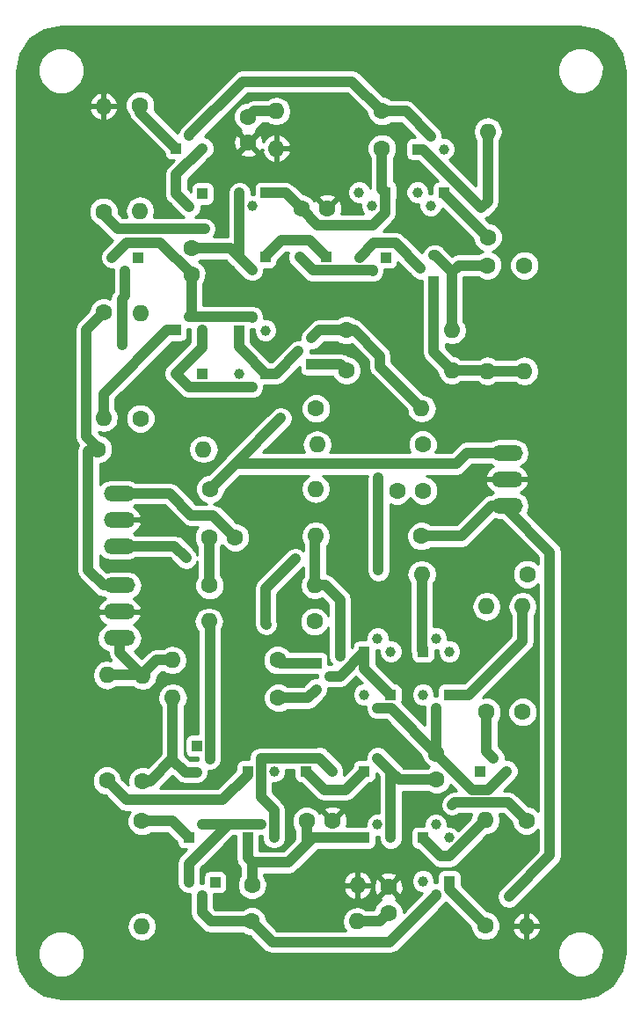
<source format=gbl>
G04 #@! TF.FileFunction,Copper,L2,Bot,Signal*
%FSLAX46Y46*%
G04 Gerber Fmt 4.6, Leading zero omitted, Abs format (unit mm)*
G04 Created by KiCad (PCBNEW 4.0.6) date 10/15/17 12:58:51*
%MOMM*%
%LPD*%
G01*
G04 APERTURE LIST*
%ADD10C,0.100000*%
%ADD11C,1.000000*%
%ADD12R,1.000000X1.000000*%
%ADD13C,1.600000*%
%ADD14O,3.010000X1.510000*%
%ADD15O,1.600000X1.600000*%
%ADD16C,0.800000*%
%ADD17C,1.000000*%
%ADD18C,0.254000*%
G04 APERTURE END LIST*
D10*
D11*
X35438080Y28653740D03*
X34168080Y29923740D03*
D12*
X36708080Y29923740D03*
D13*
X21744940Y45067220D03*
X19244940Y45067220D03*
X37348160Y49578260D03*
X39848160Y49578260D03*
X41135300Y24264620D03*
X41135300Y21764620D03*
X17531080Y70383400D03*
X17531080Y72883400D03*
X28633420Y17780000D03*
X31133420Y17780000D03*
X28113990Y76711810D03*
X30613990Y76711810D03*
X36504880Y8923020D03*
X36504880Y11423020D03*
X23020020Y85539580D03*
X23020020Y83039580D03*
D14*
X10619740Y49293780D03*
X10619740Y46753780D03*
X10619740Y44213780D03*
X10619740Y40464740D03*
X10619740Y37924740D03*
X10619740Y35384740D03*
X47939960Y48120300D03*
X47939960Y50660300D03*
X47939960Y53200300D03*
D11*
X19331940Y23746460D03*
X18061940Y22476460D03*
D12*
X18061940Y25016460D03*
D11*
X39601140Y70954900D03*
X40871140Y72224900D03*
D12*
X40871140Y69684900D03*
D11*
X35471100Y35347640D03*
X36741100Y34077640D03*
D12*
X34201100Y34077640D03*
D11*
X23416260Y59573160D03*
X22146260Y60843160D03*
D12*
X24686260Y60843160D03*
D11*
X41105600Y35347640D03*
X42375600Y34077640D03*
D12*
X39835600Y34077640D03*
D11*
X17292320Y59568080D03*
X16022320Y60838080D03*
D12*
X18562320Y60838080D03*
D11*
X30840680Y31719520D03*
X29570680Y30449520D03*
D12*
X29570680Y32989520D03*
D11*
X27848560Y62974220D03*
X29118560Y64244220D03*
D12*
X29118560Y61704220D03*
D11*
X41107360Y28657640D03*
X39837360Y29927640D03*
D12*
X42377360Y29927640D03*
D11*
X17294860Y66281300D03*
X18564860Y65011300D03*
D12*
X16024860Y65011300D03*
D11*
X23403560Y66266060D03*
X24673560Y64996060D03*
D12*
X22133560Y64996060D03*
D11*
X46619160Y23827740D03*
X47889160Y22557740D03*
D12*
X45349160Y22557740D03*
D11*
X35448240Y23837900D03*
X36718240Y22567900D03*
D12*
X34178240Y22567900D03*
D11*
X29839920Y23827740D03*
X31109920Y22557740D03*
D12*
X28569920Y22557740D03*
D11*
X24226520Y23804880D03*
X25496520Y22534880D03*
D12*
X22956520Y22534880D03*
D11*
X11150600Y70744080D03*
X9880600Y72014080D03*
D12*
X12420600Y72014080D03*
D11*
X23401020Y70792340D03*
X22131020Y72062340D03*
D12*
X24671020Y72062340D03*
D11*
X29220160Y70772020D03*
X27950160Y72042020D03*
D12*
X30490160Y72042020D03*
D11*
X35003740Y70744080D03*
X33733740Y72014080D03*
D12*
X36273740Y72014080D03*
D11*
X35445600Y17437640D03*
X36715600Y16167640D03*
D12*
X34175600Y16167640D03*
D11*
X24239220Y17452340D03*
X25509220Y16182340D03*
D12*
X22969220Y16182340D03*
D11*
X23432770Y76945490D03*
X22162770Y78215490D03*
D12*
X24702770Y78215490D03*
D11*
X34954210Y77001370D03*
X33684210Y78271370D03*
D12*
X36224210Y78271370D03*
D11*
X41075600Y17437640D03*
X42345600Y16167640D03*
D12*
X39805600Y16167640D03*
D11*
X18557240Y17462500D03*
X19827240Y16192500D03*
D12*
X17287240Y16192500D03*
D11*
X17349470Y76889610D03*
X16079470Y78159610D03*
D12*
X18619470Y78159610D03*
D11*
X40587930Y76991210D03*
X39317930Y78261210D03*
D12*
X41857930Y78261210D03*
D11*
X41105600Y10707640D03*
X39835600Y11977640D03*
D12*
X42375600Y11977640D03*
D11*
X18557240Y10619740D03*
X17287240Y11889740D03*
D12*
X19827240Y11889740D03*
D11*
X17357090Y83773010D03*
X18627090Y82503010D03*
D12*
X16087090Y82503010D03*
D11*
X40587930Y83706970D03*
X41857930Y82436970D03*
D12*
X39317930Y82436970D03*
D13*
X19278600Y40464740D03*
D15*
X29438600Y40464740D03*
D13*
X39674800Y45214540D03*
D15*
X29514800Y45214540D03*
D13*
X39801800Y54002940D03*
D15*
X29641800Y54002940D03*
D13*
X19354800Y49735740D03*
D15*
X29514800Y49735740D03*
D13*
X25897840Y29636720D03*
D15*
X15737840Y29636720D03*
D13*
X12834620Y21607780D03*
D15*
X12834620Y31767780D03*
D13*
X32471360Y65001140D03*
D15*
X42631360Y65001140D03*
D13*
X46027340Y71239380D03*
D15*
X46027340Y61079380D03*
D13*
X29380180Y36974780D03*
D15*
X19220180Y36974780D03*
D13*
X29542740Y57477660D03*
D15*
X39702740Y57477660D03*
D13*
X49875440Y41523920D03*
D15*
X39715440Y41523920D03*
D13*
X8549640Y53563520D03*
D15*
X18709640Y53563520D03*
D13*
X25849580Y33258760D03*
D15*
X15689580Y33258760D03*
D13*
X32471360Y61145420D03*
D15*
X42631360Y61145420D03*
D13*
X49428400Y28257500D03*
D15*
X49428400Y38417500D03*
D13*
X9095740Y66733420D03*
D15*
X9095740Y56573420D03*
D13*
X49801780Y17818100D03*
D15*
X49801780Y7658100D03*
D13*
X9080500Y76410820D03*
D15*
X9080500Y86570820D03*
D13*
X45963840Y28257500D03*
D15*
X45963840Y38417500D03*
D13*
X9400540Y21661120D03*
D15*
X9400540Y31821120D03*
D13*
X12644120Y56507380D03*
D15*
X12644120Y66667380D03*
D13*
X49603660Y71239380D03*
D15*
X49603660Y61079380D03*
D13*
X45849540Y7693660D03*
D15*
X45849540Y17853660D03*
D13*
X12763500Y17780000D03*
D15*
X12763500Y7620000D03*
D13*
X12611100Y86664800D03*
D15*
X12611100Y76504800D03*
D13*
X46071790Y73968610D03*
D15*
X46071790Y84128610D03*
D13*
X23373080Y11605260D03*
D15*
X33533080Y11605260D03*
D13*
X35872420Y82522060D03*
D15*
X25712420Y82522060D03*
D13*
X23345140Y8112760D03*
D15*
X33505140Y8112760D03*
D13*
X35872420Y86098380D03*
D15*
X25712420Y86098380D03*
D16*
X17030700Y43078400D03*
X35560000Y50800000D03*
X35560000Y41910000D03*
X27533600Y42989500D03*
X24752300Y36677600D03*
X45440600Y76796900D03*
X48094900Y10502900D03*
X26136600Y56565800D03*
X33733740Y72014080D03*
X31851600Y33629600D03*
X42633900Y19342100D03*
X18821400Y74752200D03*
X10845800Y63614300D03*
D17*
X10619740Y49293780D02*
X15412720Y49293780D01*
X19631660Y47180500D02*
X21744940Y45067220D01*
X17526000Y47180500D02*
X19631660Y47180500D01*
X15412720Y49293780D02*
X17526000Y47180500D01*
X19244940Y45067220D02*
X19244940Y40498400D01*
X19244940Y40498400D02*
X19278600Y40464740D01*
X10619740Y44213780D02*
X15895320Y44213780D01*
X15895320Y44213780D02*
X17030700Y43078400D01*
X35438080Y28653740D02*
X36746180Y28653740D01*
X36746180Y28653740D02*
X41135300Y24264620D01*
X41135300Y24264620D02*
X41135300Y28629700D01*
X41135300Y28629700D02*
X41107360Y28657640D01*
X41135300Y24264620D02*
X41135300Y24218900D01*
X41135300Y24218900D02*
X44577000Y20777200D01*
X44577000Y20777200D02*
X46108620Y20777200D01*
X46108620Y20777200D02*
X47889160Y22557740D01*
X41135300Y21764620D02*
X37521520Y21764620D01*
X37521520Y21764620D02*
X36718240Y22567900D01*
X35448240Y23837900D02*
X36718240Y22567900D01*
X36718240Y22567900D02*
X36718240Y16170280D01*
X36718240Y16170280D02*
X36715600Y16167640D01*
X17531080Y70383400D02*
X17531080Y70441820D01*
X17531080Y70441820D02*
X14541500Y73431400D01*
X11297920Y73431400D02*
X9880600Y72014080D01*
X14541500Y73431400D02*
X11297920Y73431400D01*
X17294860Y66281300D02*
X23388320Y66281300D01*
X23388320Y66281300D02*
X23403560Y66266060D01*
X17531080Y70383400D02*
X17531080Y66517520D01*
X17531080Y66517520D02*
X17294860Y66281300D01*
X22131020Y72062340D02*
X23401020Y70792340D01*
X22162770Y78215490D02*
X22162770Y72094090D01*
X22162770Y72094090D02*
X22131020Y72062340D01*
X17531080Y72883400D02*
X21309960Y72883400D01*
X21309960Y72883400D02*
X23401020Y70792340D01*
X34175600Y16167640D02*
X29248640Y16167640D01*
X29248640Y16167640D02*
X28633420Y15552420D01*
X28633420Y17780000D02*
X28633420Y15552420D01*
X26880820Y13799820D02*
X23373080Y13799820D01*
X28633420Y15552420D02*
X26880820Y13799820D01*
X23373080Y11605260D02*
X23373080Y13799820D01*
X22969220Y14203680D02*
X22969220Y16182340D01*
X23373080Y13799820D02*
X22969220Y14203680D01*
X35872420Y82522060D02*
X35872420Y78623160D01*
X35872420Y78623160D02*
X36195000Y78300580D01*
X36195000Y78300580D02*
X36195000Y76301600D01*
X36195000Y76301600D02*
X35013900Y75120500D01*
X35013900Y75120500D02*
X29705300Y75120500D01*
X29705300Y75120500D02*
X28113990Y76711810D01*
X24702770Y78215490D02*
X26610310Y78215490D01*
X26610310Y78215490D02*
X28113990Y76711810D01*
X33505140Y8112760D02*
X35694620Y8112760D01*
X35694620Y8112760D02*
X36504880Y8923020D01*
X25712420Y86098380D02*
X23578820Y86098380D01*
X23578820Y86098380D02*
X23020020Y85539580D01*
X8549640Y53563520D02*
X8549640Y53680360D01*
X8549640Y53680360D02*
X7414260Y54815740D01*
X7414260Y65051940D02*
X9095740Y66733420D01*
X7414260Y54815740D02*
X7414260Y65051940D01*
X8549640Y53563520D02*
X7843520Y53563520D01*
X7843520Y53563520D02*
X7620000Y53340000D01*
X9065260Y40464740D02*
X10619740Y40464740D01*
X7620000Y41910000D02*
X9065260Y40464740D01*
X7620000Y53340000D02*
X7620000Y41910000D01*
X35560000Y41910000D02*
X35560000Y50800000D01*
X42375600Y11977640D02*
X42375600Y11167600D01*
X42375600Y11167600D02*
X45849540Y7693660D01*
X8549640Y53563520D02*
X8516620Y53563520D01*
X12611100Y86664800D02*
X12611100Y85979000D01*
X12611100Y85979000D02*
X16087090Y82503010D01*
X24676100Y40132000D02*
X27533600Y42989500D01*
X24676100Y36753800D02*
X24676100Y40132000D01*
X24752300Y36677600D02*
X24676100Y36753800D01*
X9400540Y31821120D02*
X12781280Y31821120D01*
X12781280Y31821120D02*
X14218920Y33258760D01*
X14218920Y33258760D02*
X15689580Y33258760D01*
X10619740Y35384740D02*
X10619740Y33982660D01*
X10619740Y33982660D02*
X12834620Y31767780D01*
X39317930Y82436970D02*
X39800530Y82436970D01*
X39800530Y82436970D02*
X45440600Y76796900D01*
X46071790Y84128610D02*
X46071790Y77428090D01*
X46071790Y77428090D02*
X45440600Y76796900D01*
X40871140Y69684900D02*
X40871140Y62905640D01*
X40871140Y62905640D02*
X42631360Y61145420D01*
X42631360Y61145420D02*
X45961300Y61145420D01*
X45961300Y61145420D02*
X46027340Y61079380D01*
X46027340Y61079380D02*
X49603660Y61079380D01*
X47939960Y48120300D02*
X47939960Y47767240D01*
X47939960Y47767240D02*
X52057300Y43649900D01*
X52057300Y14465300D02*
X48094900Y10502900D01*
X52057300Y43649900D02*
X52057300Y14465300D01*
X41105600Y10707640D02*
X41105600Y10587500D01*
X41105600Y10587500D02*
X36626800Y6108700D01*
X36626800Y6108700D02*
X25349200Y6108700D01*
X25349200Y6108700D02*
X23345140Y8112760D01*
X47939960Y48120300D02*
X46443900Y48120300D01*
X46443900Y48120300D02*
X43538140Y45214540D01*
X43538140Y45214540D02*
X39674800Y45214540D01*
X18557240Y10619740D02*
X18557240Y8950960D01*
X19395440Y8112760D02*
X23345140Y8112760D01*
X18557240Y8950960D02*
X19395440Y8112760D01*
X21765260Y52146200D02*
X21765260Y52194460D01*
X21765260Y52194460D02*
X26136600Y56565800D01*
X17357090Y83773010D02*
X17357090Y83803490D01*
X17357090Y83803490D02*
X22504400Y88950800D01*
X22504400Y88950800D02*
X33020000Y88950800D01*
X33020000Y88950800D02*
X35872420Y86098380D01*
X47939960Y53200300D02*
X44069000Y53200300D01*
X21765260Y52146200D02*
X19354800Y49735740D01*
X43014900Y52146200D02*
X21765260Y52146200D01*
X44069000Y53200300D02*
X43014900Y52146200D01*
X35872420Y86098380D02*
X38196520Y86098380D01*
X38196520Y86098380D02*
X40587930Y83706970D01*
X19331940Y23746460D02*
X19331940Y36863020D01*
X19331940Y36863020D02*
X19220180Y36974780D01*
X25897840Y29636720D02*
X28757880Y29636720D01*
X28757880Y29636720D02*
X29570680Y30449520D01*
X12834620Y21607780D02*
X13555980Y21607780D01*
X13555980Y21607780D02*
X15737840Y23789640D01*
X15737840Y29636720D02*
X15737840Y23789640D01*
X15737840Y23789640D02*
X15737840Y23675340D01*
X16936720Y22476460D02*
X18061940Y22476460D01*
X15737840Y23675340D02*
X16936720Y22476460D01*
X32471360Y65001140D02*
X33220660Y65001140D01*
X33220660Y65001140D02*
X35687000Y62534800D01*
X35687000Y61493400D02*
X39702740Y57477660D01*
X35687000Y62534800D02*
X35687000Y61493400D01*
X32471360Y65001140D02*
X29875480Y65001140D01*
X29875480Y65001140D02*
X29118560Y64244220D01*
X39601140Y70954900D02*
X39601140Y70990460D01*
X39601140Y70990460D02*
X37198300Y73393300D01*
X37198300Y73393300D02*
X35112960Y73393300D01*
X35112960Y73393300D02*
X33733740Y72014080D01*
X46027340Y71239380D02*
X43281600Y71239380D01*
X43281600Y71239380D02*
X42631360Y70589140D01*
X40871140Y72224900D02*
X40995600Y72224900D01*
X40995600Y72224900D02*
X42631360Y70589140D01*
X42631360Y70589140D02*
X42631360Y65001140D01*
X29438600Y40464740D02*
X29438600Y45138340D01*
X29438600Y45138340D02*
X29514800Y45214540D01*
X29438600Y40464740D02*
X30464760Y40464740D01*
X31851600Y39077900D02*
X31851600Y33629600D01*
X30464760Y40464740D02*
X31851600Y39077900D01*
X30840680Y31719520D02*
X31842980Y31719520D01*
X31842980Y31719520D02*
X34201100Y34077640D01*
X34201100Y34077640D02*
X34201100Y32430720D01*
X34201100Y32430720D02*
X36708080Y29923740D01*
X18564860Y65011300D02*
X18564860Y63380620D01*
X18564860Y63380620D02*
X16022320Y60838080D01*
X16022320Y60838080D02*
X17292320Y59568080D01*
X17292320Y59568080D02*
X23411180Y59568080D01*
X23411180Y59568080D02*
X23416260Y59573160D01*
X22133560Y64996060D02*
X22133560Y63395860D01*
X22555200Y62974220D02*
X24686260Y60843160D01*
X22133560Y63395860D02*
X22555200Y62974220D01*
X24686260Y60843160D02*
X25717500Y60843160D01*
X25717500Y60843160D02*
X27848560Y62974220D01*
X39715440Y41523920D02*
X39715440Y34197800D01*
X39715440Y34197800D02*
X39835600Y34077640D01*
X29570680Y32989520D02*
X26118820Y32989520D01*
X26118820Y32989520D02*
X25849580Y33258760D01*
X29118560Y61704220D02*
X31912560Y61704220D01*
X31912560Y61704220D02*
X32471360Y61145420D01*
X42377360Y29927640D02*
X44278640Y29927640D01*
X49428400Y35077400D02*
X49428400Y38417500D01*
X44278640Y29927640D02*
X49428400Y35077400D01*
X16024860Y65011300D02*
X15227300Y65011300D01*
X9095740Y58879740D02*
X9095740Y56573420D01*
X15227300Y65011300D02*
X9095740Y58879740D01*
X42633900Y19342100D02*
X42862500Y19570700D01*
X42862500Y19570700D02*
X48049180Y19570700D01*
X48049180Y19570700D02*
X49801780Y17818100D01*
X9080500Y76410820D02*
X9080500Y76098400D01*
X9080500Y76098400D02*
X10426700Y74752200D01*
X10426700Y74752200D02*
X18821400Y74752200D01*
X45963840Y28257500D02*
X45963840Y24483060D01*
X45963840Y24483060D02*
X46619160Y23827740D01*
X28569920Y22557740D02*
X28569920Y22547580D01*
X28569920Y22547580D02*
X30327600Y20789900D01*
X30327600Y20789900D02*
X32400240Y20789900D01*
X32400240Y20789900D02*
X34178240Y22567900D01*
X29839920Y23827740D02*
X31109920Y22557740D01*
X24226520Y23804880D02*
X29817060Y23804880D01*
X29817060Y23804880D02*
X29839920Y23827740D01*
X24226520Y23804880D02*
X24226520Y20083780D01*
X25509220Y18801080D02*
X25509220Y16182340D01*
X24226520Y20083780D02*
X25509220Y18801080D01*
X22956520Y22534880D02*
X22956520Y22219920D01*
X22956520Y22219920D02*
X20535900Y19799300D01*
X20535900Y19799300D02*
X11262360Y19799300D01*
X11262360Y19799300D02*
X9400540Y21661120D01*
X11150600Y70744080D02*
X11150600Y68300600D01*
X10845800Y67995800D02*
X10845800Y63614300D01*
X11150600Y68300600D02*
X10845800Y67995800D01*
X24671020Y72062340D02*
X24671020Y72118220D01*
X24671020Y72118220D02*
X26200100Y73647300D01*
X26200100Y73647300D02*
X28884880Y73647300D01*
X28884880Y73647300D02*
X30490160Y72042020D01*
X29220160Y70772020D02*
X34975800Y70772020D01*
X34975800Y70772020D02*
X35003740Y70744080D01*
X29220160Y70772020D02*
X27950160Y72042020D01*
X18557240Y17462500D02*
X21087080Y17462500D01*
X21087080Y17462500D02*
X21097240Y17452340D01*
X19827240Y16192500D02*
X19837400Y16192500D01*
X19837400Y16192500D02*
X21097240Y17452340D01*
X21097240Y17452340D02*
X24239220Y17452340D01*
X17287240Y11889740D02*
X17287240Y13652500D01*
X17287240Y13652500D02*
X19827240Y16192500D01*
X18627090Y82503010D02*
X18596610Y82503010D01*
X18596610Y82503010D02*
X16079470Y79985870D01*
X16079470Y79985870D02*
X16079470Y78159610D01*
X16079470Y78159610D02*
X17349470Y76889610D01*
X39805600Y16167640D02*
X39805600Y16137900D01*
X39805600Y16137900D02*
X41554400Y14389100D01*
X41554400Y14389100D02*
X42384980Y14389100D01*
X42384980Y14389100D02*
X45849540Y17853660D01*
X12763500Y17780000D02*
X15699740Y17780000D01*
X15699740Y17780000D02*
X17287240Y16192500D01*
X41857930Y78261210D02*
X41857930Y78182470D01*
X41857930Y78182470D02*
X46071790Y73968610D01*
D18*
G36*
X56636390Y93950592D02*
X58023654Y93023651D01*
X58950592Y91636390D01*
X59290000Y89930069D01*
X59290000Y5069931D01*
X58950592Y3363610D01*
X58023654Y1976349D01*
X56636390Y1049408D01*
X54930069Y710000D01*
X5069931Y710000D01*
X3363610Y1049408D01*
X1976349Y1976346D01*
X1049408Y3363610D01*
X811953Y4557381D01*
X2764613Y4557381D01*
X3104155Y3735628D01*
X3732321Y3106364D01*
X4553481Y2765389D01*
X5442619Y2764613D01*
X6264372Y3104155D01*
X6893636Y3732321D01*
X7234611Y4553481D01*
X7234614Y4557381D01*
X52764613Y4557381D01*
X53104155Y3735628D01*
X53732321Y3106364D01*
X54553481Y2765389D01*
X55442619Y2764613D01*
X56264372Y3104155D01*
X56893636Y3732321D01*
X57234611Y4553481D01*
X57235387Y5442619D01*
X56895845Y6264372D01*
X56267679Y6893636D01*
X55446519Y7234611D01*
X54557381Y7235387D01*
X53735628Y6895845D01*
X53106364Y6267679D01*
X52765389Y5446519D01*
X52764613Y4557381D01*
X7234614Y4557381D01*
X7235387Y5442619D01*
X6895845Y6264372D01*
X6267679Y6893636D01*
X5446519Y7234611D01*
X4557381Y7235387D01*
X3735628Y6895845D01*
X3106364Y6267679D01*
X2765389Y5446519D01*
X2764613Y4557381D01*
X811953Y4557381D01*
X710000Y5069931D01*
X710000Y7648113D01*
X11328500Y7648113D01*
X11328500Y7591887D01*
X11437733Y7042736D01*
X11748802Y6577189D01*
X12214349Y6266120D01*
X12763500Y6156887D01*
X13312651Y6266120D01*
X13778198Y6577189D01*
X14089267Y7042736D01*
X14198500Y7591887D01*
X14198500Y7648113D01*
X14089267Y8197264D01*
X13778198Y8662811D01*
X13312651Y8973880D01*
X12763500Y9083113D01*
X12214349Y8973880D01*
X11748802Y8662811D01*
X11437733Y8197264D01*
X11328500Y7648113D01*
X710000Y7648113D01*
X710000Y21376933D01*
X7965292Y21376933D01*
X8183297Y20849320D01*
X8586617Y20445296D01*
X9113849Y20226370D01*
X9230260Y20226268D01*
X10459794Y18996734D01*
X10828014Y18750697D01*
X11262360Y18664300D01*
X11618176Y18664300D01*
X11547676Y18593923D01*
X11328750Y18066691D01*
X11328252Y17495813D01*
X11546257Y16968200D01*
X11949577Y16564176D01*
X12476809Y16345250D01*
X13047687Y16344752D01*
X13575300Y16562757D01*
X13657687Y16645000D01*
X15229608Y16645000D01*
X16139800Y15734808D01*
X16139800Y15692500D01*
X16184078Y15457183D01*
X16323150Y15241059D01*
X16535350Y15096069D01*
X16787240Y15045060D01*
X17074668Y15045060D01*
X16484674Y14455066D01*
X16238637Y14086846D01*
X16152240Y13652500D01*
X16152240Y11890730D01*
X16152043Y11664965D01*
X16324473Y11247654D01*
X16643475Y10928095D01*
X17060484Y10754937D01*
X17422357Y10754621D01*
X17422043Y10394965D01*
X17422240Y10394488D01*
X17422240Y8950960D01*
X17508637Y8516614D01*
X17586923Y8399451D01*
X17754674Y8148394D01*
X18592874Y7310194D01*
X18961094Y7064157D01*
X19395440Y6977760D01*
X22450534Y6977760D01*
X22531217Y6896936D01*
X23058449Y6678010D01*
X23174860Y6677908D01*
X24546634Y5306134D01*
X24914854Y5060097D01*
X25349200Y4973700D01*
X36626800Y4973700D01*
X37061146Y5060097D01*
X37429366Y5306134D01*
X41908166Y9784934D01*
X42006287Y9931781D01*
X44414392Y7523676D01*
X44414292Y7409473D01*
X44632297Y6881860D01*
X45035617Y6477836D01*
X45562849Y6258910D01*
X46133727Y6258412D01*
X46661340Y6476417D01*
X47065364Y6879737D01*
X47243634Y7309059D01*
X48409866Y7309059D01*
X48649391Y6802966D01*
X49064357Y6427059D01*
X49452741Y6266196D01*
X49674780Y6388185D01*
X49674780Y7531100D01*
X49928780Y7531100D01*
X49928780Y6388185D01*
X50150819Y6266196D01*
X50539203Y6427059D01*
X50954169Y6802966D01*
X51193694Y7309059D01*
X51072409Y7531100D01*
X49928780Y7531100D01*
X49674780Y7531100D01*
X48531151Y7531100D01*
X48409866Y7309059D01*
X47243634Y7309059D01*
X47284290Y7406969D01*
X47284788Y7977847D01*
X47272684Y8007141D01*
X48409866Y8007141D01*
X48531151Y7785100D01*
X49674780Y7785100D01*
X49674780Y8928015D01*
X49928780Y8928015D01*
X49928780Y7785100D01*
X51072409Y7785100D01*
X51193694Y8007141D01*
X50954169Y8513234D01*
X50539203Y8889141D01*
X50150819Y9050004D01*
X49928780Y8928015D01*
X49674780Y8928015D01*
X49452741Y9050004D01*
X49064357Y8889141D01*
X48649391Y8513234D01*
X48409866Y8007141D01*
X47272684Y8007141D01*
X47066783Y8505460D01*
X46663463Y8909484D01*
X46136231Y9128410D01*
X46019820Y9128512D01*
X43523040Y11625292D01*
X43523040Y12477640D01*
X43478762Y12712957D01*
X43339690Y12929081D01*
X43127490Y13074071D01*
X42875600Y13125080D01*
X41875600Y13125080D01*
X41640283Y13080802D01*
X41424159Y12941730D01*
X41279169Y12729530D01*
X41228160Y12477640D01*
X41228160Y11842534D01*
X40970483Y11842759D01*
X40970797Y12202415D01*
X40798367Y12619726D01*
X40479365Y12939285D01*
X40062356Y13112443D01*
X39610825Y13112837D01*
X39193514Y12940407D01*
X38873955Y12621405D01*
X38700797Y12204396D01*
X38700403Y11752865D01*
X38872833Y11335554D01*
X39191835Y11015995D01*
X39608844Y10842837D01*
X39755677Y10842709D01*
X37939971Y9027003D01*
X37940128Y9207207D01*
X37722123Y9734820D01*
X37318803Y10138844D01*
X37252336Y10166443D01*
X37258885Y10169156D01*
X37333019Y10415275D01*
X36504880Y11243415D01*
X35676741Y10415275D01*
X35750875Y10169156D01*
X35757363Y10166824D01*
X35693080Y10140263D01*
X35289056Y9736943D01*
X35085929Y9247760D01*
X34367907Y9247760D01*
X34082404Y9438527D01*
X33533253Y9547760D01*
X33477027Y9547760D01*
X32927876Y9438527D01*
X32462329Y9127458D01*
X32151260Y8661911D01*
X32042027Y8112760D01*
X32151260Y7563609D01*
X32365017Y7243700D01*
X25819332Y7243700D01*
X24780288Y8282744D01*
X24780388Y8396947D01*
X24562383Y8924560D01*
X24159063Y9328584D01*
X23631831Y9547510D01*
X23060953Y9548008D01*
X22533340Y9330003D01*
X22450953Y9247760D01*
X19865572Y9247760D01*
X19692240Y9421092D01*
X19692240Y10618749D01*
X19692348Y10742300D01*
X20327240Y10742300D01*
X20562557Y10786578D01*
X20778681Y10925650D01*
X20923671Y11137850D01*
X20974680Y11389740D01*
X20974680Y12389740D01*
X20930402Y12625057D01*
X20791330Y12841181D01*
X20579130Y12986171D01*
X20327240Y13037180D01*
X19327240Y13037180D01*
X19091923Y12992902D01*
X18875799Y12853830D01*
X18730809Y12641630D01*
X18679800Y12389740D01*
X18679800Y11754634D01*
X18422123Y11754859D01*
X18422437Y12114515D01*
X18422240Y12114992D01*
X18422240Y13182368D01*
X20609350Y15369477D01*
X20639966Y15389934D01*
X21567372Y16317340D01*
X21821780Y16317340D01*
X21821780Y15682340D01*
X21834220Y15616227D01*
X21834220Y14203680D01*
X21920617Y13769334D01*
X22156242Y13416697D01*
X22166654Y13401114D01*
X22238080Y13329688D01*
X22238080Y12499866D01*
X22157256Y12419183D01*
X21938330Y11891951D01*
X21937832Y11321073D01*
X22155837Y10793460D01*
X22559157Y10389436D01*
X23086389Y10170510D01*
X23657267Y10170012D01*
X24184880Y10388017D01*
X24588904Y10791337D01*
X24781940Y11256221D01*
X32141176Y11256221D01*
X32302039Y10867837D01*
X32677946Y10452871D01*
X33184039Y10213346D01*
X33406080Y10334631D01*
X33406080Y11478260D01*
X33660080Y11478260D01*
X33660080Y10334631D01*
X33882121Y10213346D01*
X34388214Y10452871D01*
X34764121Y10867837D01*
X34924984Y11256221D01*
X34802995Y11478260D01*
X33660080Y11478260D01*
X33406080Y11478260D01*
X32263165Y11478260D01*
X32141176Y11256221D01*
X24781940Y11256221D01*
X24807830Y11318569D01*
X24808110Y11639797D01*
X35057915Y11639797D01*
X35085102Y11069566D01*
X35251016Y10669015D01*
X35497135Y10594881D01*
X36325275Y11423020D01*
X36684485Y11423020D01*
X37512625Y10594881D01*
X37758744Y10669015D01*
X37951845Y11206243D01*
X37924658Y11776474D01*
X37758744Y12177025D01*
X37512625Y12251159D01*
X36684485Y11423020D01*
X36325275Y11423020D01*
X35497135Y12251159D01*
X35251016Y12177025D01*
X35057915Y11639797D01*
X24808110Y11639797D01*
X24808328Y11889447D01*
X24781532Y11954299D01*
X32141176Y11954299D01*
X32263165Y11732260D01*
X33406080Y11732260D01*
X33406080Y12875889D01*
X33660080Y12875889D01*
X33660080Y11732260D01*
X34802995Y11732260D01*
X34924984Y11954299D01*
X34764121Y12342683D01*
X34684330Y12430765D01*
X35676741Y12430765D01*
X36504880Y11602625D01*
X37333019Y12430765D01*
X37258885Y12676884D01*
X36721657Y12869985D01*
X36151426Y12842798D01*
X35750875Y12676884D01*
X35676741Y12430765D01*
X34684330Y12430765D01*
X34388214Y12757649D01*
X33882121Y12997174D01*
X33660080Y12875889D01*
X33406080Y12875889D01*
X33184039Y12997174D01*
X32677946Y12757649D01*
X32302039Y12342683D01*
X32141176Y11954299D01*
X24781532Y11954299D01*
X24590323Y12417060D01*
X24508080Y12499447D01*
X24508080Y12664820D01*
X26880820Y12664820D01*
X27315166Y12751217D01*
X27683386Y12997254D01*
X29718772Y15032640D01*
X33614169Y15032640D01*
X33675600Y15020200D01*
X34675600Y15020200D01*
X34910917Y15064478D01*
X35127041Y15203550D01*
X35272031Y15415750D01*
X35323040Y15667640D01*
X35323040Y16302746D01*
X35580717Y16302521D01*
X35580403Y15942865D01*
X35752833Y15525554D01*
X36071835Y15205995D01*
X36488844Y15032837D01*
X36940375Y15032443D01*
X37357686Y15204873D01*
X37677245Y15523875D01*
X37762766Y15729832D01*
X37766844Y15735935D01*
X37768263Y15743071D01*
X37850403Y15940884D01*
X37850592Y16156965D01*
X37853240Y16170280D01*
X37853240Y20629620D01*
X40240694Y20629620D01*
X40321377Y20548796D01*
X40848609Y20329870D01*
X41419487Y20329372D01*
X41947100Y20547377D01*
X42351124Y20950697D01*
X42482348Y21266720D01*
X43043368Y20705700D01*
X42862500Y20705700D01*
X42428154Y20619303D01*
X42165611Y20443877D01*
X42059934Y20373266D01*
X41831334Y20144666D01*
X41585297Y19776445D01*
X41498900Y19342100D01*
X41585297Y18907755D01*
X41831334Y18539534D01*
X42199555Y18293497D01*
X42633900Y18207100D01*
X43068245Y18293497D01*
X43281067Y18435700D01*
X44526964Y18435700D01*
X44523773Y18430924D01*
X44449804Y18059056D01*
X43254468Y16863720D01*
X42989365Y17129285D01*
X42572356Y17302443D01*
X42210483Y17302759D01*
X42210797Y17662415D01*
X42038367Y18079726D01*
X41719365Y18399285D01*
X41302356Y18572443D01*
X40850825Y18572837D01*
X40433514Y18400407D01*
X40113955Y18081405D01*
X39940797Y17664396D01*
X39940492Y17315080D01*
X39305600Y17315080D01*
X39070283Y17270802D01*
X38854159Y17131730D01*
X38709169Y16919530D01*
X38658160Y16667640D01*
X38658160Y15667640D01*
X38702438Y15432323D01*
X38841510Y15216199D01*
X39053710Y15071209D01*
X39305600Y15020200D01*
X39318168Y15020200D01*
X40751834Y13586534D01*
X41120055Y13340496D01*
X41554400Y13254100D01*
X42384980Y13254100D01*
X42819326Y13340497D01*
X43187546Y13586534D01*
X46026823Y16425811D01*
X46398691Y16499780D01*
X46864238Y16810849D01*
X47175307Y17276396D01*
X47284540Y17825547D01*
X47284540Y17881773D01*
X47175307Y18430924D01*
X47172116Y18435700D01*
X47579048Y18435700D01*
X48366632Y17648116D01*
X48366532Y17533913D01*
X48584537Y17006300D01*
X48987857Y16602276D01*
X49515089Y16383350D01*
X50085967Y16382852D01*
X50613580Y16600857D01*
X50922300Y16909039D01*
X50922300Y14935432D01*
X47292334Y11305466D01*
X47046297Y10937245D01*
X46959900Y10502900D01*
X47046297Y10068555D01*
X47292334Y9700334D01*
X47660555Y9454297D01*
X48094900Y9367900D01*
X48529245Y9454297D01*
X48897466Y9700334D01*
X52859866Y13662734D01*
X52931094Y13769334D01*
X53105903Y14030954D01*
X53192300Y14465300D01*
X53192300Y43649900D01*
X53105903Y44084246D01*
X52859866Y44452466D01*
X49899072Y47413260D01*
X50016078Y47588370D01*
X50121885Y48120300D01*
X50016078Y48652230D01*
X49714763Y49103178D01*
X49265973Y49403051D01*
X49339223Y49424708D01*
X49762641Y49767224D01*
X50022753Y50245703D01*
X50037237Y50318329D01*
X49914643Y50533300D01*
X48066960Y50533300D01*
X48066960Y50513300D01*
X47812960Y50513300D01*
X47812960Y50533300D01*
X45965277Y50533300D01*
X45842683Y50318329D01*
X45857167Y50245703D01*
X46117279Y49767224D01*
X46540697Y49424708D01*
X46613947Y49403051D01*
X46371172Y49240834D01*
X46009554Y49168903D01*
X45911190Y49103178D01*
X45641334Y48922866D01*
X43068008Y46349540D01*
X40569406Y46349540D01*
X40488723Y46430364D01*
X39961491Y46649290D01*
X39390613Y46649788D01*
X38863000Y46431783D01*
X38458976Y46028463D01*
X38240050Y45501231D01*
X38239552Y44930353D01*
X38457557Y44402740D01*
X38860877Y43998716D01*
X39388109Y43779790D01*
X39958987Y43779292D01*
X40486600Y43997297D01*
X40568987Y44079540D01*
X43538140Y44079540D01*
X43972486Y44165937D01*
X44340706Y44411974D01*
X46740163Y46811431D01*
X47148035Y46730300D01*
X47371768Y46730300D01*
X50922300Y43179768D01*
X50922300Y42506400D01*
X50689363Y42739744D01*
X50162131Y42958670D01*
X49591253Y42959168D01*
X49063640Y42741163D01*
X48659616Y42337843D01*
X48440690Y41810611D01*
X48440192Y41239733D01*
X48658197Y40712120D01*
X49061517Y40308096D01*
X49588749Y40089170D01*
X50159627Y40088672D01*
X50687240Y40306677D01*
X50922300Y40541327D01*
X50922300Y18726792D01*
X50615703Y19033924D01*
X50088471Y19252850D01*
X49972060Y19252952D01*
X48851746Y20373266D01*
X48746069Y20443877D01*
X48483526Y20619303D01*
X48049180Y20705700D01*
X47642252Y20705700D01*
X48691312Y21754760D01*
X48850805Y21913975D01*
X49023963Y22330984D01*
X49024357Y22782515D01*
X48851927Y23199826D01*
X48532925Y23519385D01*
X48115916Y23692543D01*
X47754043Y23692859D01*
X47754357Y24052515D01*
X47581927Y24469826D01*
X47262925Y24789385D01*
X47262451Y24789582D01*
X47098840Y24953193D01*
X47098840Y27362894D01*
X47179664Y27443577D01*
X47398590Y27970809D01*
X47398592Y27973313D01*
X47993152Y27973313D01*
X48211157Y27445700D01*
X48614477Y27041676D01*
X49141709Y26822750D01*
X49712587Y26822252D01*
X50240200Y27040257D01*
X50644224Y27443577D01*
X50863150Y27970809D01*
X50863648Y28541687D01*
X50645643Y29069300D01*
X50242323Y29473324D01*
X49715091Y29692250D01*
X49144213Y29692748D01*
X48616600Y29474743D01*
X48212576Y29071423D01*
X47993650Y28544191D01*
X47993152Y27973313D01*
X47398592Y27973313D01*
X47399088Y28541687D01*
X47181083Y29069300D01*
X46777763Y29473324D01*
X46250531Y29692250D01*
X45679653Y29692748D01*
X45627212Y29671080D01*
X50230966Y34274833D01*
X50477003Y34643054D01*
X50505283Y34785226D01*
X50563400Y35077400D01*
X50563400Y37554733D01*
X50754167Y37840236D01*
X50863400Y38389387D01*
X50863400Y38445613D01*
X50754167Y38994764D01*
X50443098Y39460311D01*
X49977551Y39771380D01*
X49428400Y39880613D01*
X48879249Y39771380D01*
X48413702Y39460311D01*
X48102633Y38994764D01*
X47993400Y38445613D01*
X47993400Y38389387D01*
X48102633Y37840236D01*
X48293400Y37554733D01*
X48293400Y35547533D01*
X43808508Y31062640D01*
X42938791Y31062640D01*
X42877360Y31075080D01*
X41877360Y31075080D01*
X41642043Y31030802D01*
X41425919Y30891730D01*
X41280929Y30679530D01*
X41229920Y30427640D01*
X41229920Y29792534D01*
X40972243Y29792759D01*
X40972557Y30152415D01*
X40800127Y30569726D01*
X40481125Y30889285D01*
X40064116Y31062443D01*
X39612585Y31062837D01*
X39195274Y30890407D01*
X38875715Y30571405D01*
X38702557Y30154396D01*
X38702163Y29702865D01*
X38874593Y29285554D01*
X39193595Y28965995D01*
X39610604Y28792837D01*
X39972477Y28792521D01*
X39972163Y28432865D01*
X40000300Y28364768D01*
X40000300Y27004752D01*
X37809343Y29195709D01*
X37855520Y29423740D01*
X37855520Y30423740D01*
X37811242Y30659057D01*
X37672170Y30875181D01*
X37459970Y31020171D01*
X37208080Y31071180D01*
X37165772Y31071180D01*
X35336100Y32900852D01*
X35336100Y33516209D01*
X35348540Y33577640D01*
X35348540Y34212746D01*
X35606217Y34212521D01*
X35605903Y33852865D01*
X35778333Y33435554D01*
X36097335Y33115995D01*
X36514344Y32942837D01*
X36965875Y32942443D01*
X37383186Y33114873D01*
X37702745Y33433875D01*
X37875903Y33850884D01*
X37876297Y34302415D01*
X37703867Y34719726D01*
X37384865Y35039285D01*
X36967856Y35212443D01*
X36605983Y35212759D01*
X36606297Y35572415D01*
X36433867Y35989726D01*
X36114865Y36309285D01*
X35697856Y36482443D01*
X35246325Y36482837D01*
X34829014Y36310407D01*
X34509455Y35991405D01*
X34336297Y35574396D01*
X34335992Y35225080D01*
X33701100Y35225080D01*
X33465783Y35180802D01*
X33249659Y35041730D01*
X33104669Y34829530D01*
X33053660Y34577640D01*
X33053660Y34535332D01*
X32986600Y34468272D01*
X32986600Y39077900D01*
X32900203Y39512246D01*
X32654166Y39880466D01*
X31267326Y41267306D01*
X31184043Y41322954D01*
X30899106Y41513343D01*
X30573600Y41578090D01*
X30573600Y44223771D01*
X30868680Y44665389D01*
X30977913Y45214540D01*
X30868680Y45763691D01*
X30557611Y46229238D01*
X30092064Y46540307D01*
X29542913Y46649540D01*
X29486687Y46649540D01*
X28937536Y46540307D01*
X28471989Y46229238D01*
X28160920Y45763691D01*
X28051687Y45214540D01*
X28160920Y44665389D01*
X28303600Y44451854D01*
X28303600Y43813826D01*
X27967945Y44038103D01*
X27533600Y44124500D01*
X27099255Y44038103D01*
X26731034Y43792066D01*
X23873534Y40934566D01*
X23627497Y40566346D01*
X23541100Y40132000D01*
X23541100Y36753800D01*
X23627497Y36319454D01*
X23867622Y35960082D01*
X23873534Y35951234D01*
X23949734Y35875034D01*
X24317955Y35628997D01*
X24752300Y35542600D01*
X25186645Y35628997D01*
X25554866Y35875034D01*
X25800903Y36243255D01*
X25887300Y36677600D01*
X25811100Y37060681D01*
X25811100Y39661868D01*
X28303600Y42154368D01*
X28303600Y41341468D01*
X28084720Y41013891D01*
X27975487Y40464740D01*
X28084720Y39915589D01*
X28395789Y39450042D01*
X28861336Y39138973D01*
X29410487Y39029740D01*
X29466713Y39029740D01*
X30015864Y39138973D01*
X30117490Y39206878D01*
X30716600Y38607768D01*
X30716600Y37498149D01*
X30597423Y37786580D01*
X30194103Y38190604D01*
X29666871Y38409530D01*
X29095993Y38410028D01*
X28568380Y38192023D01*
X28164356Y37788703D01*
X27945430Y37261471D01*
X27944932Y36690593D01*
X28162937Y36162980D01*
X28566257Y35758956D01*
X29093489Y35540030D01*
X29664367Y35539532D01*
X30191980Y35757537D01*
X30596004Y36160857D01*
X30716600Y36451284D01*
X30716600Y33629600D01*
X30802997Y33195254D01*
X31030668Y32854520D01*
X30841670Y32854520D01*
X30718120Y32854628D01*
X30718120Y33489520D01*
X30673842Y33724837D01*
X30534770Y33940961D01*
X30322570Y34085951D01*
X30070680Y34136960D01*
X29070680Y34136960D01*
X29004567Y34124520D01*
X27012957Y34124520D01*
X26663503Y34474584D01*
X26136271Y34693510D01*
X25565393Y34694008D01*
X25037780Y34476003D01*
X24633756Y34072683D01*
X24414830Y33545451D01*
X24414332Y32974573D01*
X24632337Y32446960D01*
X25035657Y32042936D01*
X25562889Y31824010D01*
X26133767Y31823512D01*
X26208812Y31854520D01*
X29009249Y31854520D01*
X29070680Y31842080D01*
X29705786Y31842080D01*
X29705561Y31584403D01*
X29345905Y31584717D01*
X28928594Y31412287D01*
X28609035Y31093285D01*
X28608838Y31092810D01*
X28287748Y30771720D01*
X26792446Y30771720D01*
X26711763Y30852544D01*
X26184531Y31071470D01*
X25613653Y31071968D01*
X25086040Y30853963D01*
X24682016Y30450643D01*
X24463090Y29923411D01*
X24462592Y29352533D01*
X24680597Y28824920D01*
X25083917Y28420896D01*
X25611149Y28201970D01*
X26182027Y28201472D01*
X26709640Y28419477D01*
X26792027Y28501720D01*
X28757880Y28501720D01*
X29192226Y28588117D01*
X29560446Y28834154D01*
X30372832Y29646540D01*
X30532325Y29805755D01*
X30705483Y30222764D01*
X30705799Y30584637D01*
X31065455Y30584323D01*
X31065932Y30584520D01*
X31842980Y30584520D01*
X32277326Y30670917D01*
X32645546Y30916954D01*
X33381796Y31653204D01*
X33398534Y31628154D01*
X33967772Y31058916D01*
X33943305Y31058937D01*
X33525994Y30886507D01*
X33206435Y30567505D01*
X33033277Y30150496D01*
X33032883Y29698965D01*
X33205313Y29281654D01*
X33524315Y28962095D01*
X33941324Y28788937D01*
X34303197Y28788621D01*
X34302883Y28428965D01*
X34475313Y28011654D01*
X34794315Y27692095D01*
X35211324Y27518937D01*
X35662855Y27518543D01*
X35663332Y27518740D01*
X36276048Y27518740D01*
X39700152Y24094636D01*
X39700052Y23980433D01*
X39918057Y23452820D01*
X40321377Y23048796D01*
X40403231Y23014807D01*
X40323500Y22981863D01*
X40241113Y22899620D01*
X37991653Y22899620D01*
X37521219Y23370053D01*
X37362005Y23529545D01*
X37361530Y23529742D01*
X36251220Y24640052D01*
X36092005Y24799545D01*
X35674996Y24972703D01*
X35223465Y24973097D01*
X34806154Y24800667D01*
X34486595Y24481665D01*
X34313437Y24064656D01*
X34313132Y23715340D01*
X33678240Y23715340D01*
X33442923Y23671062D01*
X33226799Y23531990D01*
X33081809Y23319790D01*
X33030800Y23067900D01*
X33030800Y23025592D01*
X32179771Y22174563D01*
X32244723Y22330984D01*
X32245117Y22782515D01*
X32072687Y23199826D01*
X31753685Y23519385D01*
X31753210Y23519582D01*
X30642900Y24629892D01*
X30483685Y24789385D01*
X30066676Y24962543D01*
X29615145Y24962937D01*
X29559343Y24939880D01*
X24227510Y24939880D01*
X24001745Y24940077D01*
X23584434Y24767647D01*
X23264875Y24448645D01*
X23091717Y24031636D01*
X23091412Y23682320D01*
X22456520Y23682320D01*
X22221203Y23638042D01*
X22005079Y23498970D01*
X21860089Y23286770D01*
X21809080Y23034880D01*
X21809080Y22677612D01*
X20065768Y20934300D01*
X14487632Y20934300D01*
X15680690Y22127358D01*
X16134154Y21673894D01*
X16502374Y21427857D01*
X16936720Y21341460D01*
X18060949Y21341460D01*
X18286715Y21341263D01*
X18704026Y21513693D01*
X19023585Y21832695D01*
X19196743Y22249704D01*
X19197059Y22611577D01*
X19556715Y22611263D01*
X19974026Y22783693D01*
X20293585Y23102695D01*
X20466743Y23519704D01*
X20467137Y23971235D01*
X20466940Y23971712D01*
X20466940Y36265313D01*
X20574060Y36425629D01*
X20683293Y36974780D01*
X20574060Y37523931D01*
X20262991Y37989478D01*
X19797444Y38300547D01*
X19248293Y38409780D01*
X19192067Y38409780D01*
X18642916Y38300547D01*
X18177369Y37989478D01*
X17866300Y37523931D01*
X17757067Y36974780D01*
X17866300Y36425629D01*
X18177369Y35960082D01*
X18196940Y35947005D01*
X18196940Y26163900D01*
X17561940Y26163900D01*
X17326623Y26119622D01*
X17110499Y25980550D01*
X16965509Y25768350D01*
X16914500Y25516460D01*
X16914500Y24516460D01*
X16958778Y24281143D01*
X17097850Y24065019D01*
X17310050Y23920029D01*
X17561940Y23869020D01*
X18196940Y23869020D01*
X18196940Y23747450D01*
X18196821Y23611343D01*
X17837165Y23611657D01*
X17836688Y23611460D01*
X17406852Y23611460D01*
X16872840Y24145472D01*
X16872840Y28759992D01*
X17091720Y29087569D01*
X17200953Y29636720D01*
X17091720Y30185871D01*
X16780651Y30651418D01*
X16315104Y30962487D01*
X15765953Y31071720D01*
X15709727Y31071720D01*
X15160576Y30962487D01*
X14695029Y30651418D01*
X14383960Y30185871D01*
X14274727Y29636720D01*
X14383960Y29087569D01*
X14602840Y28759992D01*
X14602840Y24259772D01*
X13308055Y22964987D01*
X13121311Y23042530D01*
X12550433Y23043028D01*
X12022820Y22825023D01*
X11618796Y22421703D01*
X11399870Y21894471D01*
X11399372Y21323593D01*
X11438925Y21227867D01*
X10835688Y21831104D01*
X10835788Y21945307D01*
X10617783Y22472920D01*
X10214463Y22876944D01*
X9687231Y23095870D01*
X9116353Y23096368D01*
X8588740Y22878363D01*
X8184716Y22475043D01*
X7965790Y21947811D01*
X7965292Y21376933D01*
X710000Y21376933D01*
X710000Y31849233D01*
X7965540Y31849233D01*
X7965540Y31793007D01*
X8074773Y31243856D01*
X8385842Y30778309D01*
X8851389Y30467240D01*
X9400540Y30358007D01*
X9949691Y30467240D01*
X10277268Y30686120D01*
X11878064Y30686120D01*
X12285469Y30413900D01*
X12834620Y30304667D01*
X13383771Y30413900D01*
X13849318Y30724969D01*
X14160387Y31190516D01*
X14260845Y31695553D01*
X14689052Y32123760D01*
X14826813Y32123760D01*
X15112316Y31932993D01*
X15661467Y31823760D01*
X15717693Y31823760D01*
X16266844Y31932993D01*
X16732391Y32244062D01*
X17043460Y32709609D01*
X17152693Y33258760D01*
X17043460Y33807911D01*
X16732391Y34273458D01*
X16266844Y34584527D01*
X15717693Y34693760D01*
X15661467Y34693760D01*
X15112316Y34584527D01*
X14826813Y34393760D01*
X14218920Y34393760D01*
X13784574Y34307363D01*
X13475052Y34100547D01*
X13416354Y34061326D01*
X12781280Y33426252D01*
X12041540Y34165992D01*
X12394543Y34401862D01*
X12695858Y34852810D01*
X12801665Y35384740D01*
X12695858Y35916670D01*
X12394543Y36367618D01*
X11945753Y36667491D01*
X12019003Y36689148D01*
X12442421Y37031664D01*
X12702533Y37510143D01*
X12717017Y37582769D01*
X12594423Y37797740D01*
X10746740Y37797740D01*
X10746740Y37777740D01*
X10492740Y37777740D01*
X10492740Y37797740D01*
X8645057Y37797740D01*
X8522463Y37582769D01*
X8536947Y37510143D01*
X8797059Y37031664D01*
X9220477Y36689148D01*
X9293727Y36667491D01*
X8844937Y36367618D01*
X8543622Y35916670D01*
X8437815Y35384740D01*
X8543622Y34852810D01*
X8844937Y34401862D01*
X9295885Y34100547D01*
X9484740Y34062982D01*
X9484740Y33982660D01*
X9571137Y33548314D01*
X9753710Y33275074D01*
X9800787Y33204619D01*
X9400540Y33284233D01*
X8851389Y33175000D01*
X8385842Y32863931D01*
X8074773Y32398384D01*
X7965540Y31849233D01*
X710000Y31849233D01*
X710000Y65051940D01*
X6279260Y65051940D01*
X6279260Y54815740D01*
X6365657Y54381394D01*
X6543853Y54114705D01*
X6611694Y54013174D01*
X6683199Y53941669D01*
X6571397Y53774346D01*
X6485000Y53340000D01*
X6485000Y41910000D01*
X6571397Y41475654D01*
X6729035Y41239733D01*
X6817434Y41107434D01*
X8262694Y39662174D01*
X8630914Y39416137D01*
X9065260Y39329740D01*
X9072603Y39329740D01*
X9293727Y39181989D01*
X9220477Y39160332D01*
X8797059Y38817816D01*
X8536947Y38339337D01*
X8522463Y38266711D01*
X8645057Y38051740D01*
X10492740Y38051740D01*
X10492740Y38071740D01*
X10746740Y38071740D01*
X10746740Y38051740D01*
X12594423Y38051740D01*
X12717017Y38266711D01*
X12702533Y38339337D01*
X12442421Y38817816D01*
X12019003Y39160332D01*
X11945753Y39181989D01*
X12394543Y39481862D01*
X12695858Y39932810D01*
X12801665Y40464740D01*
X12695858Y40996670D01*
X12394543Y41447618D01*
X11943595Y41748933D01*
X11411665Y41854740D01*
X9827815Y41854740D01*
X9371215Y41763917D01*
X8755000Y42380132D01*
X8755000Y43365502D01*
X8844937Y43230902D01*
X9295885Y42929587D01*
X9827815Y42823780D01*
X11411665Y42823780D01*
X11943595Y42929587D01*
X12166877Y43078780D01*
X15425188Y43078780D01*
X16228134Y42275834D01*
X16596355Y42029797D01*
X17030700Y41943400D01*
X17465045Y42029797D01*
X17833266Y42275834D01*
X18079303Y42644055D01*
X18109940Y42798077D01*
X18109940Y41325745D01*
X18062776Y41278663D01*
X17843850Y40751431D01*
X17843352Y40180553D01*
X18061357Y39652940D01*
X18464677Y39248916D01*
X18991909Y39029990D01*
X19562787Y39029492D01*
X20090400Y39247497D01*
X20494424Y39650817D01*
X20713350Y40178049D01*
X20713848Y40748927D01*
X20495843Y41276540D01*
X20379940Y41392645D01*
X20379940Y44172614D01*
X20460764Y44253297D01*
X20494753Y44335151D01*
X20527697Y44255420D01*
X20931017Y43851396D01*
X21458249Y43632470D01*
X22029127Y43631972D01*
X22556740Y43849977D01*
X22960764Y44253297D01*
X23179690Y44780529D01*
X23180188Y45351407D01*
X22962183Y45879020D01*
X22558863Y46283044D01*
X22031631Y46501970D01*
X21915220Y46502072D01*
X20434226Y47983066D01*
X20424788Y47989372D01*
X20066006Y48229103D01*
X19661125Y48309639D01*
X20166600Y48518497D01*
X20570624Y48921817D01*
X20789550Y49449049D01*
X20789652Y49565460D01*
X22235392Y51011200D01*
X28862246Y51011200D01*
X28471989Y50750438D01*
X28160920Y50284891D01*
X28051687Y49735740D01*
X28160920Y49186589D01*
X28471989Y48721042D01*
X28937536Y48409973D01*
X29486687Y48300740D01*
X29542913Y48300740D01*
X30092064Y48409973D01*
X30557611Y48721042D01*
X30868680Y49186589D01*
X30977913Y49735740D01*
X30868680Y50284891D01*
X30557611Y50750438D01*
X30167354Y51011200D01*
X34467010Y51011200D01*
X34425000Y50800000D01*
X34425000Y41910000D01*
X34511397Y41475654D01*
X34757434Y41107434D01*
X35125654Y40861397D01*
X35560000Y40775000D01*
X35994346Y40861397D01*
X36362566Y41107434D01*
X36608603Y41475654D01*
X36618203Y41523920D01*
X38252327Y41523920D01*
X38361560Y40974769D01*
X38580440Y40647192D01*
X38580440Y34197800D01*
X38666837Y33763454D01*
X38688160Y33731542D01*
X38688160Y33577640D01*
X38732438Y33342323D01*
X38871510Y33126199D01*
X39083710Y32981209D01*
X39335600Y32930200D01*
X40335600Y32930200D01*
X40570917Y32974478D01*
X40787041Y33113550D01*
X40932031Y33325750D01*
X40983040Y33577640D01*
X40983040Y34212746D01*
X41240717Y34212521D01*
X41240403Y33852865D01*
X41412833Y33435554D01*
X41731835Y33115995D01*
X42148844Y32942837D01*
X42600375Y32942443D01*
X43017686Y33114873D01*
X43337245Y33433875D01*
X43510403Y33850884D01*
X43510797Y34302415D01*
X43338367Y34719726D01*
X43019365Y35039285D01*
X42602356Y35212443D01*
X42240483Y35212759D01*
X42240797Y35572415D01*
X42068367Y35989726D01*
X41749365Y36309285D01*
X41332356Y36482443D01*
X40880825Y36482837D01*
X40850440Y36470282D01*
X40850440Y38445613D01*
X44528840Y38445613D01*
X44528840Y38389387D01*
X44638073Y37840236D01*
X44949142Y37374689D01*
X45414689Y37063620D01*
X45963840Y36954387D01*
X46512991Y37063620D01*
X46978538Y37374689D01*
X47289607Y37840236D01*
X47398840Y38389387D01*
X47398840Y38445613D01*
X47289607Y38994764D01*
X46978538Y39460311D01*
X46512991Y39771380D01*
X45963840Y39880613D01*
X45414689Y39771380D01*
X44949142Y39460311D01*
X44638073Y38994764D01*
X44528840Y38445613D01*
X40850440Y38445613D01*
X40850440Y40647192D01*
X41069320Y40974769D01*
X41178553Y41523920D01*
X41069320Y42073071D01*
X40758251Y42538618D01*
X40292704Y42849687D01*
X39743553Y42958920D01*
X39687327Y42958920D01*
X39138176Y42849687D01*
X38672629Y42538618D01*
X38361560Y42073071D01*
X38252327Y41523920D01*
X36618203Y41523920D01*
X36695000Y41910000D01*
X36695000Y48295681D01*
X37061469Y48143510D01*
X37632347Y48143012D01*
X38159960Y48361017D01*
X38563984Y48764337D01*
X38597973Y48846191D01*
X38630917Y48766460D01*
X39034237Y48362436D01*
X39561469Y48143510D01*
X40132347Y48143012D01*
X40659960Y48361017D01*
X41063984Y48764337D01*
X41282910Y49291569D01*
X41283408Y49862447D01*
X41065403Y50390060D01*
X40662083Y50794084D01*
X40139210Y51011200D01*
X43014900Y51011200D01*
X43449246Y51097597D01*
X43817466Y51343634D01*
X44539133Y52065300D01*
X46392823Y52065300D01*
X46613947Y51917549D01*
X46540697Y51895892D01*
X46117279Y51553376D01*
X45857167Y51074897D01*
X45842683Y51002271D01*
X45965277Y50787300D01*
X47812960Y50787300D01*
X47812960Y50807300D01*
X48066960Y50807300D01*
X48066960Y50787300D01*
X49914643Y50787300D01*
X50037237Y51002271D01*
X50022753Y51074897D01*
X49762641Y51553376D01*
X49339223Y51895892D01*
X49265973Y51917549D01*
X49714763Y52217422D01*
X50016078Y52668370D01*
X50121885Y53200300D01*
X50016078Y53732230D01*
X49714763Y54183178D01*
X49263815Y54484493D01*
X48731885Y54590300D01*
X47148035Y54590300D01*
X46616105Y54484493D01*
X46392823Y54335300D01*
X44069000Y54335300D01*
X43634655Y54248904D01*
X43266434Y54002867D01*
X42544768Y53281200D01*
X41055902Y53281200D01*
X41236550Y53716249D01*
X41237048Y54287127D01*
X41019043Y54814740D01*
X40615723Y55218764D01*
X40088491Y55437690D01*
X39517613Y55438188D01*
X38990000Y55220183D01*
X38585976Y54816863D01*
X38367050Y54289631D01*
X38366552Y53718753D01*
X38547345Y53281200D01*
X30880360Y53281200D01*
X30995680Y53453789D01*
X31104913Y54002940D01*
X30995680Y54552091D01*
X30684611Y55017638D01*
X30219064Y55328707D01*
X29669913Y55437940D01*
X29613687Y55437940D01*
X29064536Y55328707D01*
X28598989Y55017638D01*
X28287920Y54552091D01*
X28178687Y54002940D01*
X28287920Y53453789D01*
X28403240Y53281200D01*
X24457132Y53281200D01*
X26939166Y55763234D01*
X27185203Y56131454D01*
X27271600Y56565800D01*
X27185203Y57000145D01*
X27056026Y57193473D01*
X28107492Y57193473D01*
X28325497Y56665860D01*
X28728817Y56261836D01*
X29256049Y56042910D01*
X29826927Y56042412D01*
X30354540Y56260417D01*
X30758564Y56663737D01*
X30977490Y57190969D01*
X30977988Y57761847D01*
X30759983Y58289460D01*
X30356663Y58693484D01*
X29829431Y58912410D01*
X29258553Y58912908D01*
X28730940Y58694903D01*
X28326916Y58291583D01*
X28107990Y57764351D01*
X28107492Y57193473D01*
X27056026Y57193473D01*
X26939166Y57368366D01*
X26570945Y57614403D01*
X26136600Y57700800D01*
X25702254Y57614403D01*
X25334034Y57368366D01*
X20962694Y52997026D01*
X20865514Y52851586D01*
X19184816Y51170888D01*
X19070613Y51170988D01*
X18543000Y50952983D01*
X18138976Y50549663D01*
X17920050Y50022431D01*
X17919552Y49451553D01*
X18137557Y48923940D01*
X18540877Y48519916D01*
X19033165Y48315500D01*
X17996132Y48315500D01*
X16215286Y50096346D01*
X16040770Y50212954D01*
X15847066Y50342383D01*
X15412720Y50428780D01*
X12166877Y50428780D01*
X11943595Y50577973D01*
X11411665Y50683780D01*
X9827815Y50683780D01*
X9295885Y50577973D01*
X8844937Y50276658D01*
X8755000Y50142058D01*
X8755000Y52128341D01*
X8833827Y52128272D01*
X9361440Y52346277D01*
X9765464Y52749597D01*
X9984390Y53276829D01*
X9984640Y53563520D01*
X17246527Y53563520D01*
X17355760Y53014369D01*
X17666829Y52548822D01*
X18132376Y52237753D01*
X18681527Y52128520D01*
X18737753Y52128520D01*
X19286904Y52237753D01*
X19752451Y52548822D01*
X20063520Y53014369D01*
X20172753Y53563520D01*
X20063520Y54112671D01*
X19752451Y54578218D01*
X19286904Y54889287D01*
X18737753Y54998520D01*
X18681527Y54998520D01*
X18132376Y54889287D01*
X17666829Y54578218D01*
X17355760Y54112671D01*
X17246527Y53563520D01*
X9984640Y53563520D01*
X9984888Y53847707D01*
X9766883Y54375320D01*
X9363563Y54779344D01*
X8837239Y54997893D01*
X8632726Y55202406D01*
X9095740Y55110307D01*
X9644891Y55219540D01*
X10110438Y55530609D01*
X10421507Y55996156D01*
X10466667Y56223193D01*
X11208872Y56223193D01*
X11426877Y55695580D01*
X11830197Y55291556D01*
X12357429Y55072630D01*
X12928307Y55072132D01*
X13455920Y55290137D01*
X13859944Y55693457D01*
X14078870Y56220689D01*
X14079368Y56791567D01*
X13861363Y57319180D01*
X13458043Y57723204D01*
X12930811Y57942130D01*
X12359933Y57942628D01*
X11832320Y57724623D01*
X11428296Y57321303D01*
X11209370Y56794071D01*
X11208872Y56223193D01*
X10466667Y56223193D01*
X10530740Y56545307D01*
X10530740Y56601533D01*
X10421507Y57150684D01*
X10230740Y57436187D01*
X10230740Y58409608D01*
X15684992Y63863860D01*
X16524860Y63863860D01*
X16760177Y63908138D01*
X16976301Y64047210D01*
X17121291Y64259410D01*
X17172300Y64511300D01*
X17172300Y65146406D01*
X17429977Y65146181D01*
X17429663Y64786525D01*
X17429860Y64786048D01*
X17429860Y63850753D01*
X15220168Y61641060D01*
X15060675Y61481845D01*
X14887517Y61064836D01*
X14887123Y60613305D01*
X15059553Y60195994D01*
X15378555Y59876435D01*
X15379030Y59876238D01*
X16489340Y58765928D01*
X16648555Y58606435D01*
X17065564Y58433277D01*
X17517095Y58432883D01*
X17517572Y58433080D01*
X23411180Y58433080D01*
X23436625Y58438141D01*
X23641035Y58437963D01*
X23831618Y58516710D01*
X23845526Y58519477D01*
X23857214Y58527287D01*
X24058346Y58610393D01*
X24213721Y58765498D01*
X24213746Y58765514D01*
X24218412Y58770180D01*
X24377905Y58929395D01*
X24551063Y59346404D01*
X24551368Y59695720D01*
X25186260Y59695720D01*
X25252373Y59708160D01*
X25717500Y59708160D01*
X26151846Y59794557D01*
X26520066Y60040594D01*
X27971120Y61491648D01*
X27971120Y61204220D01*
X28015398Y60968903D01*
X28154470Y60752779D01*
X28366670Y60607789D01*
X28618560Y60556780D01*
X29618560Y60556780D01*
X29684673Y60569220D01*
X31156769Y60569220D01*
X31254117Y60333620D01*
X31657437Y59929596D01*
X32184669Y59710670D01*
X32755547Y59710172D01*
X33283160Y59928177D01*
X33687184Y60331497D01*
X33906110Y60858729D01*
X33906608Y61429607D01*
X33688603Y61957220D01*
X33285283Y62361244D01*
X32758051Y62580170D01*
X32605100Y62580303D01*
X32346906Y62752823D01*
X31912560Y62839220D01*
X29679991Y62839220D01*
X29618560Y62851660D01*
X28983454Y62851660D01*
X28983679Y63109337D01*
X29343335Y63109023D01*
X29760646Y63281453D01*
X30080205Y63600455D01*
X30080402Y63600930D01*
X30345613Y63866140D01*
X31576754Y63866140D01*
X31657437Y63785316D01*
X32184669Y63566390D01*
X32755547Y63565892D01*
X32964456Y63652211D01*
X34552000Y62064667D01*
X34552000Y61493400D01*
X34638397Y61059054D01*
X34872857Y60708160D01*
X34884434Y60690834D01*
X38274891Y57300377D01*
X38348860Y56928509D01*
X38659929Y56462962D01*
X39125476Y56151893D01*
X39674627Y56042660D01*
X39730853Y56042660D01*
X40280004Y56151893D01*
X40745551Y56462962D01*
X41056620Y56928509D01*
X41165853Y57477660D01*
X41056620Y58026811D01*
X40745551Y58492358D01*
X40280004Y58803427D01*
X39908136Y58877396D01*
X36822000Y61963532D01*
X36822000Y62534800D01*
X36735603Y62969146D01*
X36732213Y62974220D01*
X36489566Y63337367D01*
X34023226Y65803706D01*
X34009406Y65812940D01*
X33655006Y66049743D01*
X33401968Y66100076D01*
X33285283Y66216964D01*
X32758051Y66435890D01*
X32187173Y66436388D01*
X31659560Y66218383D01*
X31577173Y66136140D01*
X29875480Y66136140D01*
X29441135Y66049744D01*
X29072914Y65803707D01*
X28316407Y65047199D01*
X28156915Y64887985D01*
X27983757Y64470976D01*
X27983441Y64109103D01*
X27623785Y64109417D01*
X27206474Y63936987D01*
X26886915Y63617985D01*
X26886718Y63617510D01*
X25247422Y61978214D01*
X25186260Y61990600D01*
X25143952Y61990600D01*
X23268560Y63865992D01*
X23268560Y64434629D01*
X23281000Y64496060D01*
X23281000Y65131166D01*
X23538677Y65130941D01*
X23538363Y64771285D01*
X23710793Y64353974D01*
X24029795Y64034415D01*
X24446804Y63861257D01*
X24898335Y63860863D01*
X25315646Y64033293D01*
X25635205Y64352295D01*
X25808363Y64769304D01*
X25808757Y65220835D01*
X25636327Y65638146D01*
X25317325Y65957705D01*
X24900316Y66130863D01*
X24538443Y66131179D01*
X24538757Y66490835D01*
X24366327Y66908146D01*
X24047325Y67227705D01*
X23857896Y67306363D01*
X23822666Y67329903D01*
X23781473Y67338097D01*
X23630316Y67400863D01*
X23465203Y67401007D01*
X23388320Y67416300D01*
X18666080Y67416300D01*
X18666080Y69488794D01*
X18746904Y69569477D01*
X18965830Y70096709D01*
X18966328Y70667587D01*
X18748323Y71195200D01*
X18345003Y71599224D01*
X18263149Y71633213D01*
X18342880Y71666157D01*
X18425267Y71748400D01*
X20839828Y71748400D01*
X21328040Y71260188D01*
X21487255Y71100695D01*
X21487730Y71100498D01*
X22598040Y69990188D01*
X22757255Y69830695D01*
X23174264Y69657537D01*
X23625795Y69657143D01*
X24043106Y69829573D01*
X24362665Y70148575D01*
X24535823Y70565584D01*
X24536128Y70914900D01*
X25171020Y70914900D01*
X25406337Y70959178D01*
X25622461Y71098250D01*
X25767451Y71310450D01*
X25818460Y71562340D01*
X25818460Y71660528D01*
X26670232Y72512300D01*
X26916477Y72512300D01*
X26815357Y72268776D01*
X26814963Y71817245D01*
X26987393Y71399934D01*
X27306395Y71080375D01*
X27306870Y71080178D01*
X28417180Y69969868D01*
X28576395Y69810375D01*
X28993404Y69637217D01*
X29444935Y69636823D01*
X29445412Y69637020D01*
X34710172Y69637020D01*
X34776984Y69609277D01*
X35228515Y69608883D01*
X35645826Y69781313D01*
X35965385Y70100315D01*
X36138543Y70517324D01*
X36138848Y70866640D01*
X36773740Y70866640D01*
X37009057Y70910918D01*
X37225181Y71049990D01*
X37370171Y71262190D01*
X37421180Y71514080D01*
X37421180Y71565288D01*
X38613530Y70372938D01*
X38638373Y70312814D01*
X38957375Y69993255D01*
X39374384Y69820097D01*
X39723700Y69819792D01*
X39723700Y69184900D01*
X39736140Y69118787D01*
X39736140Y62905640D01*
X39822537Y62471294D01*
X40007804Y62194023D01*
X40068574Y62103074D01*
X41203511Y60968137D01*
X41277480Y60596269D01*
X41588549Y60130722D01*
X42054096Y59819653D01*
X42603247Y59710420D01*
X42659473Y59710420D01*
X43208624Y59819653D01*
X43494127Y60010420D01*
X45051777Y60010420D01*
X45478189Y59725500D01*
X46027340Y59616267D01*
X46576491Y59725500D01*
X46904068Y59944380D01*
X48726932Y59944380D01*
X49054509Y59725500D01*
X49603660Y59616267D01*
X50152811Y59725500D01*
X50618358Y60036569D01*
X50929427Y60502116D01*
X51038660Y61051267D01*
X51038660Y61107493D01*
X50929427Y61656644D01*
X50618358Y62122191D01*
X50152811Y62433260D01*
X49603660Y62542493D01*
X49054509Y62433260D01*
X48726932Y62214380D01*
X46904068Y62214380D01*
X46576491Y62433260D01*
X46027340Y62542493D01*
X45478189Y62433260D01*
X45249448Y62280420D01*
X43494127Y62280420D01*
X43208624Y62471187D01*
X42836756Y62545156D01*
X42006140Y63375772D01*
X42006140Y63707416D01*
X42054096Y63675373D01*
X42603247Y63566140D01*
X42659473Y63566140D01*
X43208624Y63675373D01*
X43674171Y63986442D01*
X43985240Y64451989D01*
X44094473Y65001140D01*
X43985240Y65550291D01*
X43766360Y65877868D01*
X43766360Y70104380D01*
X45132734Y70104380D01*
X45213417Y70023556D01*
X45740649Y69804630D01*
X46311527Y69804132D01*
X46839140Y70022137D01*
X47243164Y70425457D01*
X47462090Y70952689D01*
X47462092Y70955193D01*
X48168412Y70955193D01*
X48386417Y70427580D01*
X48789737Y70023556D01*
X49316969Y69804630D01*
X49887847Y69804132D01*
X50415460Y70022137D01*
X50819484Y70425457D01*
X51038410Y70952689D01*
X51038908Y71523567D01*
X50820903Y72051180D01*
X50417583Y72455204D01*
X49890351Y72674130D01*
X49319473Y72674628D01*
X48791860Y72456623D01*
X48387836Y72053303D01*
X48168910Y71526071D01*
X48168412Y70955193D01*
X47462092Y70955193D01*
X47462588Y71523567D01*
X47244583Y72051180D01*
X46841263Y72455204D01*
X46504874Y72594885D01*
X46883590Y72751367D01*
X47287614Y73154687D01*
X47506540Y73681919D01*
X47507038Y74252797D01*
X47289033Y74780410D01*
X46885713Y75184434D01*
X46358481Y75403360D01*
X46242070Y75403462D01*
X45888307Y75757225D01*
X46243166Y75994334D01*
X46874356Y76625523D01*
X47120393Y76993744D01*
X47131080Y77047470D01*
X47206790Y77428090D01*
X47206790Y83265843D01*
X47397557Y83551346D01*
X47506790Y84100497D01*
X47506790Y84156723D01*
X47397557Y84705874D01*
X47086488Y85171421D01*
X46620941Y85482490D01*
X46071790Y85591723D01*
X45522639Y85482490D01*
X45057092Y85171421D01*
X44746023Y84705874D01*
X44636790Y84156723D01*
X44636790Y84100497D01*
X44746023Y83551346D01*
X44936790Y83265843D01*
X44936790Y78905843D01*
X42406903Y81435729D01*
X42500016Y81474203D01*
X42819575Y81793205D01*
X42992733Y82210214D01*
X42993127Y82661745D01*
X42820697Y83079056D01*
X42501695Y83398615D01*
X42084686Y83571773D01*
X41722813Y83572089D01*
X41723127Y83931745D01*
X41550697Y84349056D01*
X41231695Y84668615D01*
X41231221Y84668812D01*
X38999086Y86900946D01*
X38970778Y86919861D01*
X38630866Y87146983D01*
X38196520Y87233380D01*
X36767026Y87233380D01*
X36686343Y87314204D01*
X36159111Y87533130D01*
X36042700Y87533232D01*
X34018551Y89557381D01*
X52764613Y89557381D01*
X53104155Y88735628D01*
X53732321Y88106364D01*
X54553481Y87765389D01*
X55442619Y87764613D01*
X56264372Y88104155D01*
X56893636Y88732321D01*
X57234611Y89553481D01*
X57235387Y90442619D01*
X56895845Y91264372D01*
X56267679Y91893636D01*
X55446519Y92234611D01*
X54557381Y92235387D01*
X53735628Y91895845D01*
X53106364Y91267679D01*
X52765389Y90446519D01*
X52764613Y89557381D01*
X34018551Y89557381D01*
X33822566Y89753366D01*
X33660753Y89861486D01*
X33454346Y89999403D01*
X33020000Y90085800D01*
X22504400Y90085800D01*
X22070055Y89999404D01*
X21701834Y89753366D01*
X16554524Y84606056D01*
X16493363Y84514523D01*
X16395445Y84416775D01*
X16341919Y84287870D01*
X16308487Y84237836D01*
X16296850Y84179333D01*
X16222287Y83999766D01*
X16222264Y83972968D01*
X13978741Y86216491D01*
X14045850Y86378109D01*
X14046348Y86948987D01*
X13828343Y87476600D01*
X13425023Y87880624D01*
X12897791Y88099550D01*
X12326913Y88100048D01*
X11799300Y87882043D01*
X11395276Y87478723D01*
X11176350Y86951491D01*
X11175852Y86380613D01*
X11393857Y85853000D01*
X11527866Y85718758D01*
X11562497Y85544654D01*
X11725365Y85300905D01*
X11808534Y85176434D01*
X14939650Y82045318D01*
X14939650Y82003010D01*
X14983928Y81767693D01*
X15123000Y81551569D01*
X15335200Y81406579D01*
X15587090Y81355570D01*
X15844038Y81355570D01*
X15276904Y80788436D01*
X15030867Y80420216D01*
X14944470Y79985870D01*
X14944470Y78160600D01*
X14944273Y77934835D01*
X15116703Y77517524D01*
X15435705Y77197965D01*
X15436180Y77197768D01*
X16546490Y76087458D01*
X16705705Y75927965D01*
X16803878Y75887200D01*
X13909915Y75887200D01*
X13936867Y75927536D01*
X14046100Y76476687D01*
X14046100Y76532913D01*
X13936867Y77082064D01*
X13625798Y77547611D01*
X13160251Y77858680D01*
X12611100Y77967913D01*
X12061949Y77858680D01*
X11596402Y77547611D01*
X11285333Y77082064D01*
X11176100Y76532913D01*
X11176100Y76476687D01*
X11285333Y75927536D01*
X11312285Y75887200D01*
X10896832Y75887200D01*
X10515376Y76268656D01*
X10515748Y76695007D01*
X10297743Y77222620D01*
X9894423Y77626644D01*
X9367191Y77845570D01*
X8796313Y77846068D01*
X8268700Y77628063D01*
X7864676Y77224743D01*
X7645750Y76697511D01*
X7645252Y76126633D01*
X7863257Y75599020D01*
X8266577Y75194996D01*
X8458441Y75115327D01*
X9624134Y73949634D01*
X9975947Y73714559D01*
X9078448Y72817060D01*
X8918955Y72657845D01*
X8745797Y72240836D01*
X8745403Y71789305D01*
X8917833Y71371994D01*
X9236835Y71052435D01*
X9653844Y70879277D01*
X10015717Y70878961D01*
X10015403Y70519305D01*
X10015600Y70518828D01*
X10015600Y68757009D01*
X9797197Y68430146D01*
X9717418Y68029071D01*
X9382431Y68168170D01*
X8811553Y68168668D01*
X8283940Y67950663D01*
X7879916Y67547343D01*
X7660990Y67020111D01*
X7660888Y66903700D01*
X6611694Y65854506D01*
X6365657Y65486286D01*
X6279260Y65051940D01*
X710000Y65051940D01*
X710000Y86221779D01*
X7688586Y86221779D01*
X7928111Y85715686D01*
X8343077Y85339779D01*
X8731461Y85178916D01*
X8953500Y85300905D01*
X8953500Y86443820D01*
X9207500Y86443820D01*
X9207500Y85300905D01*
X9429539Y85178916D01*
X9817923Y85339779D01*
X10232889Y85715686D01*
X10472414Y86221779D01*
X10351129Y86443820D01*
X9207500Y86443820D01*
X8953500Y86443820D01*
X7809871Y86443820D01*
X7688586Y86221779D01*
X710000Y86221779D01*
X710000Y86919861D01*
X7688586Y86919861D01*
X7809871Y86697820D01*
X8953500Y86697820D01*
X8953500Y87840735D01*
X9207500Y87840735D01*
X9207500Y86697820D01*
X10351129Y86697820D01*
X10472414Y86919861D01*
X10232889Y87425954D01*
X9817923Y87801861D01*
X9429539Y87962724D01*
X9207500Y87840735D01*
X8953500Y87840735D01*
X8731461Y87962724D01*
X8343077Y87801861D01*
X7928111Y87425954D01*
X7688586Y86919861D01*
X710000Y86919861D01*
X710000Y89557381D01*
X2764613Y89557381D01*
X3104155Y88735628D01*
X3732321Y88106364D01*
X4553481Y87765389D01*
X5442619Y87764613D01*
X6264372Y88104155D01*
X6893636Y88732321D01*
X7234611Y89553481D01*
X7235387Y90442619D01*
X6895845Y91264372D01*
X6267679Y91893636D01*
X5446519Y92234611D01*
X4557381Y92235387D01*
X3735628Y91895845D01*
X3106364Y91267679D01*
X2765389Y90446519D01*
X2764613Y89557381D01*
X710000Y89557381D01*
X710000Y89930069D01*
X1049408Y91636390D01*
X1976349Y93023654D01*
X3363610Y93950592D01*
X5069931Y94290000D01*
X54930069Y94290000D01*
X56636390Y93950592D01*
X56636390Y93950592D01*
G37*
X56636390Y93950592D02*
X58023654Y93023651D01*
X58950592Y91636390D01*
X59290000Y89930069D01*
X59290000Y5069931D01*
X58950592Y3363610D01*
X58023654Y1976349D01*
X56636390Y1049408D01*
X54930069Y710000D01*
X5069931Y710000D01*
X3363610Y1049408D01*
X1976349Y1976346D01*
X1049408Y3363610D01*
X811953Y4557381D01*
X2764613Y4557381D01*
X3104155Y3735628D01*
X3732321Y3106364D01*
X4553481Y2765389D01*
X5442619Y2764613D01*
X6264372Y3104155D01*
X6893636Y3732321D01*
X7234611Y4553481D01*
X7234614Y4557381D01*
X52764613Y4557381D01*
X53104155Y3735628D01*
X53732321Y3106364D01*
X54553481Y2765389D01*
X55442619Y2764613D01*
X56264372Y3104155D01*
X56893636Y3732321D01*
X57234611Y4553481D01*
X57235387Y5442619D01*
X56895845Y6264372D01*
X56267679Y6893636D01*
X55446519Y7234611D01*
X54557381Y7235387D01*
X53735628Y6895845D01*
X53106364Y6267679D01*
X52765389Y5446519D01*
X52764613Y4557381D01*
X7234614Y4557381D01*
X7235387Y5442619D01*
X6895845Y6264372D01*
X6267679Y6893636D01*
X5446519Y7234611D01*
X4557381Y7235387D01*
X3735628Y6895845D01*
X3106364Y6267679D01*
X2765389Y5446519D01*
X2764613Y4557381D01*
X811953Y4557381D01*
X710000Y5069931D01*
X710000Y7648113D01*
X11328500Y7648113D01*
X11328500Y7591887D01*
X11437733Y7042736D01*
X11748802Y6577189D01*
X12214349Y6266120D01*
X12763500Y6156887D01*
X13312651Y6266120D01*
X13778198Y6577189D01*
X14089267Y7042736D01*
X14198500Y7591887D01*
X14198500Y7648113D01*
X14089267Y8197264D01*
X13778198Y8662811D01*
X13312651Y8973880D01*
X12763500Y9083113D01*
X12214349Y8973880D01*
X11748802Y8662811D01*
X11437733Y8197264D01*
X11328500Y7648113D01*
X710000Y7648113D01*
X710000Y21376933D01*
X7965292Y21376933D01*
X8183297Y20849320D01*
X8586617Y20445296D01*
X9113849Y20226370D01*
X9230260Y20226268D01*
X10459794Y18996734D01*
X10828014Y18750697D01*
X11262360Y18664300D01*
X11618176Y18664300D01*
X11547676Y18593923D01*
X11328750Y18066691D01*
X11328252Y17495813D01*
X11546257Y16968200D01*
X11949577Y16564176D01*
X12476809Y16345250D01*
X13047687Y16344752D01*
X13575300Y16562757D01*
X13657687Y16645000D01*
X15229608Y16645000D01*
X16139800Y15734808D01*
X16139800Y15692500D01*
X16184078Y15457183D01*
X16323150Y15241059D01*
X16535350Y15096069D01*
X16787240Y15045060D01*
X17074668Y15045060D01*
X16484674Y14455066D01*
X16238637Y14086846D01*
X16152240Y13652500D01*
X16152240Y11890730D01*
X16152043Y11664965D01*
X16324473Y11247654D01*
X16643475Y10928095D01*
X17060484Y10754937D01*
X17422357Y10754621D01*
X17422043Y10394965D01*
X17422240Y10394488D01*
X17422240Y8950960D01*
X17508637Y8516614D01*
X17586923Y8399451D01*
X17754674Y8148394D01*
X18592874Y7310194D01*
X18961094Y7064157D01*
X19395440Y6977760D01*
X22450534Y6977760D01*
X22531217Y6896936D01*
X23058449Y6678010D01*
X23174860Y6677908D01*
X24546634Y5306134D01*
X24914854Y5060097D01*
X25349200Y4973700D01*
X36626800Y4973700D01*
X37061146Y5060097D01*
X37429366Y5306134D01*
X41908166Y9784934D01*
X42006287Y9931781D01*
X44414392Y7523676D01*
X44414292Y7409473D01*
X44632297Y6881860D01*
X45035617Y6477836D01*
X45562849Y6258910D01*
X46133727Y6258412D01*
X46661340Y6476417D01*
X47065364Y6879737D01*
X47243634Y7309059D01*
X48409866Y7309059D01*
X48649391Y6802966D01*
X49064357Y6427059D01*
X49452741Y6266196D01*
X49674780Y6388185D01*
X49674780Y7531100D01*
X49928780Y7531100D01*
X49928780Y6388185D01*
X50150819Y6266196D01*
X50539203Y6427059D01*
X50954169Y6802966D01*
X51193694Y7309059D01*
X51072409Y7531100D01*
X49928780Y7531100D01*
X49674780Y7531100D01*
X48531151Y7531100D01*
X48409866Y7309059D01*
X47243634Y7309059D01*
X47284290Y7406969D01*
X47284788Y7977847D01*
X47272684Y8007141D01*
X48409866Y8007141D01*
X48531151Y7785100D01*
X49674780Y7785100D01*
X49674780Y8928015D01*
X49928780Y8928015D01*
X49928780Y7785100D01*
X51072409Y7785100D01*
X51193694Y8007141D01*
X50954169Y8513234D01*
X50539203Y8889141D01*
X50150819Y9050004D01*
X49928780Y8928015D01*
X49674780Y8928015D01*
X49452741Y9050004D01*
X49064357Y8889141D01*
X48649391Y8513234D01*
X48409866Y8007141D01*
X47272684Y8007141D01*
X47066783Y8505460D01*
X46663463Y8909484D01*
X46136231Y9128410D01*
X46019820Y9128512D01*
X43523040Y11625292D01*
X43523040Y12477640D01*
X43478762Y12712957D01*
X43339690Y12929081D01*
X43127490Y13074071D01*
X42875600Y13125080D01*
X41875600Y13125080D01*
X41640283Y13080802D01*
X41424159Y12941730D01*
X41279169Y12729530D01*
X41228160Y12477640D01*
X41228160Y11842534D01*
X40970483Y11842759D01*
X40970797Y12202415D01*
X40798367Y12619726D01*
X40479365Y12939285D01*
X40062356Y13112443D01*
X39610825Y13112837D01*
X39193514Y12940407D01*
X38873955Y12621405D01*
X38700797Y12204396D01*
X38700403Y11752865D01*
X38872833Y11335554D01*
X39191835Y11015995D01*
X39608844Y10842837D01*
X39755677Y10842709D01*
X37939971Y9027003D01*
X37940128Y9207207D01*
X37722123Y9734820D01*
X37318803Y10138844D01*
X37252336Y10166443D01*
X37258885Y10169156D01*
X37333019Y10415275D01*
X36504880Y11243415D01*
X35676741Y10415275D01*
X35750875Y10169156D01*
X35757363Y10166824D01*
X35693080Y10140263D01*
X35289056Y9736943D01*
X35085929Y9247760D01*
X34367907Y9247760D01*
X34082404Y9438527D01*
X33533253Y9547760D01*
X33477027Y9547760D01*
X32927876Y9438527D01*
X32462329Y9127458D01*
X32151260Y8661911D01*
X32042027Y8112760D01*
X32151260Y7563609D01*
X32365017Y7243700D01*
X25819332Y7243700D01*
X24780288Y8282744D01*
X24780388Y8396947D01*
X24562383Y8924560D01*
X24159063Y9328584D01*
X23631831Y9547510D01*
X23060953Y9548008D01*
X22533340Y9330003D01*
X22450953Y9247760D01*
X19865572Y9247760D01*
X19692240Y9421092D01*
X19692240Y10618749D01*
X19692348Y10742300D01*
X20327240Y10742300D01*
X20562557Y10786578D01*
X20778681Y10925650D01*
X20923671Y11137850D01*
X20974680Y11389740D01*
X20974680Y12389740D01*
X20930402Y12625057D01*
X20791330Y12841181D01*
X20579130Y12986171D01*
X20327240Y13037180D01*
X19327240Y13037180D01*
X19091923Y12992902D01*
X18875799Y12853830D01*
X18730809Y12641630D01*
X18679800Y12389740D01*
X18679800Y11754634D01*
X18422123Y11754859D01*
X18422437Y12114515D01*
X18422240Y12114992D01*
X18422240Y13182368D01*
X20609350Y15369477D01*
X20639966Y15389934D01*
X21567372Y16317340D01*
X21821780Y16317340D01*
X21821780Y15682340D01*
X21834220Y15616227D01*
X21834220Y14203680D01*
X21920617Y13769334D01*
X22156242Y13416697D01*
X22166654Y13401114D01*
X22238080Y13329688D01*
X22238080Y12499866D01*
X22157256Y12419183D01*
X21938330Y11891951D01*
X21937832Y11321073D01*
X22155837Y10793460D01*
X22559157Y10389436D01*
X23086389Y10170510D01*
X23657267Y10170012D01*
X24184880Y10388017D01*
X24588904Y10791337D01*
X24781940Y11256221D01*
X32141176Y11256221D01*
X32302039Y10867837D01*
X32677946Y10452871D01*
X33184039Y10213346D01*
X33406080Y10334631D01*
X33406080Y11478260D01*
X33660080Y11478260D01*
X33660080Y10334631D01*
X33882121Y10213346D01*
X34388214Y10452871D01*
X34764121Y10867837D01*
X34924984Y11256221D01*
X34802995Y11478260D01*
X33660080Y11478260D01*
X33406080Y11478260D01*
X32263165Y11478260D01*
X32141176Y11256221D01*
X24781940Y11256221D01*
X24807830Y11318569D01*
X24808110Y11639797D01*
X35057915Y11639797D01*
X35085102Y11069566D01*
X35251016Y10669015D01*
X35497135Y10594881D01*
X36325275Y11423020D01*
X36684485Y11423020D01*
X37512625Y10594881D01*
X37758744Y10669015D01*
X37951845Y11206243D01*
X37924658Y11776474D01*
X37758744Y12177025D01*
X37512625Y12251159D01*
X36684485Y11423020D01*
X36325275Y11423020D01*
X35497135Y12251159D01*
X35251016Y12177025D01*
X35057915Y11639797D01*
X24808110Y11639797D01*
X24808328Y11889447D01*
X24781532Y11954299D01*
X32141176Y11954299D01*
X32263165Y11732260D01*
X33406080Y11732260D01*
X33406080Y12875889D01*
X33660080Y12875889D01*
X33660080Y11732260D01*
X34802995Y11732260D01*
X34924984Y11954299D01*
X34764121Y12342683D01*
X34684330Y12430765D01*
X35676741Y12430765D01*
X36504880Y11602625D01*
X37333019Y12430765D01*
X37258885Y12676884D01*
X36721657Y12869985D01*
X36151426Y12842798D01*
X35750875Y12676884D01*
X35676741Y12430765D01*
X34684330Y12430765D01*
X34388214Y12757649D01*
X33882121Y12997174D01*
X33660080Y12875889D01*
X33406080Y12875889D01*
X33184039Y12997174D01*
X32677946Y12757649D01*
X32302039Y12342683D01*
X32141176Y11954299D01*
X24781532Y11954299D01*
X24590323Y12417060D01*
X24508080Y12499447D01*
X24508080Y12664820D01*
X26880820Y12664820D01*
X27315166Y12751217D01*
X27683386Y12997254D01*
X29718772Y15032640D01*
X33614169Y15032640D01*
X33675600Y15020200D01*
X34675600Y15020200D01*
X34910917Y15064478D01*
X35127041Y15203550D01*
X35272031Y15415750D01*
X35323040Y15667640D01*
X35323040Y16302746D01*
X35580717Y16302521D01*
X35580403Y15942865D01*
X35752833Y15525554D01*
X36071835Y15205995D01*
X36488844Y15032837D01*
X36940375Y15032443D01*
X37357686Y15204873D01*
X37677245Y15523875D01*
X37762766Y15729832D01*
X37766844Y15735935D01*
X37768263Y15743071D01*
X37850403Y15940884D01*
X37850592Y16156965D01*
X37853240Y16170280D01*
X37853240Y20629620D01*
X40240694Y20629620D01*
X40321377Y20548796D01*
X40848609Y20329870D01*
X41419487Y20329372D01*
X41947100Y20547377D01*
X42351124Y20950697D01*
X42482348Y21266720D01*
X43043368Y20705700D01*
X42862500Y20705700D01*
X42428154Y20619303D01*
X42165611Y20443877D01*
X42059934Y20373266D01*
X41831334Y20144666D01*
X41585297Y19776445D01*
X41498900Y19342100D01*
X41585297Y18907755D01*
X41831334Y18539534D01*
X42199555Y18293497D01*
X42633900Y18207100D01*
X43068245Y18293497D01*
X43281067Y18435700D01*
X44526964Y18435700D01*
X44523773Y18430924D01*
X44449804Y18059056D01*
X43254468Y16863720D01*
X42989365Y17129285D01*
X42572356Y17302443D01*
X42210483Y17302759D01*
X42210797Y17662415D01*
X42038367Y18079726D01*
X41719365Y18399285D01*
X41302356Y18572443D01*
X40850825Y18572837D01*
X40433514Y18400407D01*
X40113955Y18081405D01*
X39940797Y17664396D01*
X39940492Y17315080D01*
X39305600Y17315080D01*
X39070283Y17270802D01*
X38854159Y17131730D01*
X38709169Y16919530D01*
X38658160Y16667640D01*
X38658160Y15667640D01*
X38702438Y15432323D01*
X38841510Y15216199D01*
X39053710Y15071209D01*
X39305600Y15020200D01*
X39318168Y15020200D01*
X40751834Y13586534D01*
X41120055Y13340496D01*
X41554400Y13254100D01*
X42384980Y13254100D01*
X42819326Y13340497D01*
X43187546Y13586534D01*
X46026823Y16425811D01*
X46398691Y16499780D01*
X46864238Y16810849D01*
X47175307Y17276396D01*
X47284540Y17825547D01*
X47284540Y17881773D01*
X47175307Y18430924D01*
X47172116Y18435700D01*
X47579048Y18435700D01*
X48366632Y17648116D01*
X48366532Y17533913D01*
X48584537Y17006300D01*
X48987857Y16602276D01*
X49515089Y16383350D01*
X50085967Y16382852D01*
X50613580Y16600857D01*
X50922300Y16909039D01*
X50922300Y14935432D01*
X47292334Y11305466D01*
X47046297Y10937245D01*
X46959900Y10502900D01*
X47046297Y10068555D01*
X47292334Y9700334D01*
X47660555Y9454297D01*
X48094900Y9367900D01*
X48529245Y9454297D01*
X48897466Y9700334D01*
X52859866Y13662734D01*
X52931094Y13769334D01*
X53105903Y14030954D01*
X53192300Y14465300D01*
X53192300Y43649900D01*
X53105903Y44084246D01*
X52859866Y44452466D01*
X49899072Y47413260D01*
X50016078Y47588370D01*
X50121885Y48120300D01*
X50016078Y48652230D01*
X49714763Y49103178D01*
X49265973Y49403051D01*
X49339223Y49424708D01*
X49762641Y49767224D01*
X50022753Y50245703D01*
X50037237Y50318329D01*
X49914643Y50533300D01*
X48066960Y50533300D01*
X48066960Y50513300D01*
X47812960Y50513300D01*
X47812960Y50533300D01*
X45965277Y50533300D01*
X45842683Y50318329D01*
X45857167Y50245703D01*
X46117279Y49767224D01*
X46540697Y49424708D01*
X46613947Y49403051D01*
X46371172Y49240834D01*
X46009554Y49168903D01*
X45911190Y49103178D01*
X45641334Y48922866D01*
X43068008Y46349540D01*
X40569406Y46349540D01*
X40488723Y46430364D01*
X39961491Y46649290D01*
X39390613Y46649788D01*
X38863000Y46431783D01*
X38458976Y46028463D01*
X38240050Y45501231D01*
X38239552Y44930353D01*
X38457557Y44402740D01*
X38860877Y43998716D01*
X39388109Y43779790D01*
X39958987Y43779292D01*
X40486600Y43997297D01*
X40568987Y44079540D01*
X43538140Y44079540D01*
X43972486Y44165937D01*
X44340706Y44411974D01*
X46740163Y46811431D01*
X47148035Y46730300D01*
X47371768Y46730300D01*
X50922300Y43179768D01*
X50922300Y42506400D01*
X50689363Y42739744D01*
X50162131Y42958670D01*
X49591253Y42959168D01*
X49063640Y42741163D01*
X48659616Y42337843D01*
X48440690Y41810611D01*
X48440192Y41239733D01*
X48658197Y40712120D01*
X49061517Y40308096D01*
X49588749Y40089170D01*
X50159627Y40088672D01*
X50687240Y40306677D01*
X50922300Y40541327D01*
X50922300Y18726792D01*
X50615703Y19033924D01*
X50088471Y19252850D01*
X49972060Y19252952D01*
X48851746Y20373266D01*
X48746069Y20443877D01*
X48483526Y20619303D01*
X48049180Y20705700D01*
X47642252Y20705700D01*
X48691312Y21754760D01*
X48850805Y21913975D01*
X49023963Y22330984D01*
X49024357Y22782515D01*
X48851927Y23199826D01*
X48532925Y23519385D01*
X48115916Y23692543D01*
X47754043Y23692859D01*
X47754357Y24052515D01*
X47581927Y24469826D01*
X47262925Y24789385D01*
X47262451Y24789582D01*
X47098840Y24953193D01*
X47098840Y27362894D01*
X47179664Y27443577D01*
X47398590Y27970809D01*
X47398592Y27973313D01*
X47993152Y27973313D01*
X48211157Y27445700D01*
X48614477Y27041676D01*
X49141709Y26822750D01*
X49712587Y26822252D01*
X50240200Y27040257D01*
X50644224Y27443577D01*
X50863150Y27970809D01*
X50863648Y28541687D01*
X50645643Y29069300D01*
X50242323Y29473324D01*
X49715091Y29692250D01*
X49144213Y29692748D01*
X48616600Y29474743D01*
X48212576Y29071423D01*
X47993650Y28544191D01*
X47993152Y27973313D01*
X47398592Y27973313D01*
X47399088Y28541687D01*
X47181083Y29069300D01*
X46777763Y29473324D01*
X46250531Y29692250D01*
X45679653Y29692748D01*
X45627212Y29671080D01*
X50230966Y34274833D01*
X50477003Y34643054D01*
X50505283Y34785226D01*
X50563400Y35077400D01*
X50563400Y37554733D01*
X50754167Y37840236D01*
X50863400Y38389387D01*
X50863400Y38445613D01*
X50754167Y38994764D01*
X50443098Y39460311D01*
X49977551Y39771380D01*
X49428400Y39880613D01*
X48879249Y39771380D01*
X48413702Y39460311D01*
X48102633Y38994764D01*
X47993400Y38445613D01*
X47993400Y38389387D01*
X48102633Y37840236D01*
X48293400Y37554733D01*
X48293400Y35547533D01*
X43808508Y31062640D01*
X42938791Y31062640D01*
X42877360Y31075080D01*
X41877360Y31075080D01*
X41642043Y31030802D01*
X41425919Y30891730D01*
X41280929Y30679530D01*
X41229920Y30427640D01*
X41229920Y29792534D01*
X40972243Y29792759D01*
X40972557Y30152415D01*
X40800127Y30569726D01*
X40481125Y30889285D01*
X40064116Y31062443D01*
X39612585Y31062837D01*
X39195274Y30890407D01*
X38875715Y30571405D01*
X38702557Y30154396D01*
X38702163Y29702865D01*
X38874593Y29285554D01*
X39193595Y28965995D01*
X39610604Y28792837D01*
X39972477Y28792521D01*
X39972163Y28432865D01*
X40000300Y28364768D01*
X40000300Y27004752D01*
X37809343Y29195709D01*
X37855520Y29423740D01*
X37855520Y30423740D01*
X37811242Y30659057D01*
X37672170Y30875181D01*
X37459970Y31020171D01*
X37208080Y31071180D01*
X37165772Y31071180D01*
X35336100Y32900852D01*
X35336100Y33516209D01*
X35348540Y33577640D01*
X35348540Y34212746D01*
X35606217Y34212521D01*
X35605903Y33852865D01*
X35778333Y33435554D01*
X36097335Y33115995D01*
X36514344Y32942837D01*
X36965875Y32942443D01*
X37383186Y33114873D01*
X37702745Y33433875D01*
X37875903Y33850884D01*
X37876297Y34302415D01*
X37703867Y34719726D01*
X37384865Y35039285D01*
X36967856Y35212443D01*
X36605983Y35212759D01*
X36606297Y35572415D01*
X36433867Y35989726D01*
X36114865Y36309285D01*
X35697856Y36482443D01*
X35246325Y36482837D01*
X34829014Y36310407D01*
X34509455Y35991405D01*
X34336297Y35574396D01*
X34335992Y35225080D01*
X33701100Y35225080D01*
X33465783Y35180802D01*
X33249659Y35041730D01*
X33104669Y34829530D01*
X33053660Y34577640D01*
X33053660Y34535332D01*
X32986600Y34468272D01*
X32986600Y39077900D01*
X32900203Y39512246D01*
X32654166Y39880466D01*
X31267326Y41267306D01*
X31184043Y41322954D01*
X30899106Y41513343D01*
X30573600Y41578090D01*
X30573600Y44223771D01*
X30868680Y44665389D01*
X30977913Y45214540D01*
X30868680Y45763691D01*
X30557611Y46229238D01*
X30092064Y46540307D01*
X29542913Y46649540D01*
X29486687Y46649540D01*
X28937536Y46540307D01*
X28471989Y46229238D01*
X28160920Y45763691D01*
X28051687Y45214540D01*
X28160920Y44665389D01*
X28303600Y44451854D01*
X28303600Y43813826D01*
X27967945Y44038103D01*
X27533600Y44124500D01*
X27099255Y44038103D01*
X26731034Y43792066D01*
X23873534Y40934566D01*
X23627497Y40566346D01*
X23541100Y40132000D01*
X23541100Y36753800D01*
X23627497Y36319454D01*
X23867622Y35960082D01*
X23873534Y35951234D01*
X23949734Y35875034D01*
X24317955Y35628997D01*
X24752300Y35542600D01*
X25186645Y35628997D01*
X25554866Y35875034D01*
X25800903Y36243255D01*
X25887300Y36677600D01*
X25811100Y37060681D01*
X25811100Y39661868D01*
X28303600Y42154368D01*
X28303600Y41341468D01*
X28084720Y41013891D01*
X27975487Y40464740D01*
X28084720Y39915589D01*
X28395789Y39450042D01*
X28861336Y39138973D01*
X29410487Y39029740D01*
X29466713Y39029740D01*
X30015864Y39138973D01*
X30117490Y39206878D01*
X30716600Y38607768D01*
X30716600Y37498149D01*
X30597423Y37786580D01*
X30194103Y38190604D01*
X29666871Y38409530D01*
X29095993Y38410028D01*
X28568380Y38192023D01*
X28164356Y37788703D01*
X27945430Y37261471D01*
X27944932Y36690593D01*
X28162937Y36162980D01*
X28566257Y35758956D01*
X29093489Y35540030D01*
X29664367Y35539532D01*
X30191980Y35757537D01*
X30596004Y36160857D01*
X30716600Y36451284D01*
X30716600Y33629600D01*
X30802997Y33195254D01*
X31030668Y32854520D01*
X30841670Y32854520D01*
X30718120Y32854628D01*
X30718120Y33489520D01*
X30673842Y33724837D01*
X30534770Y33940961D01*
X30322570Y34085951D01*
X30070680Y34136960D01*
X29070680Y34136960D01*
X29004567Y34124520D01*
X27012957Y34124520D01*
X26663503Y34474584D01*
X26136271Y34693510D01*
X25565393Y34694008D01*
X25037780Y34476003D01*
X24633756Y34072683D01*
X24414830Y33545451D01*
X24414332Y32974573D01*
X24632337Y32446960D01*
X25035657Y32042936D01*
X25562889Y31824010D01*
X26133767Y31823512D01*
X26208812Y31854520D01*
X29009249Y31854520D01*
X29070680Y31842080D01*
X29705786Y31842080D01*
X29705561Y31584403D01*
X29345905Y31584717D01*
X28928594Y31412287D01*
X28609035Y31093285D01*
X28608838Y31092810D01*
X28287748Y30771720D01*
X26792446Y30771720D01*
X26711763Y30852544D01*
X26184531Y31071470D01*
X25613653Y31071968D01*
X25086040Y30853963D01*
X24682016Y30450643D01*
X24463090Y29923411D01*
X24462592Y29352533D01*
X24680597Y28824920D01*
X25083917Y28420896D01*
X25611149Y28201970D01*
X26182027Y28201472D01*
X26709640Y28419477D01*
X26792027Y28501720D01*
X28757880Y28501720D01*
X29192226Y28588117D01*
X29560446Y28834154D01*
X30372832Y29646540D01*
X30532325Y29805755D01*
X30705483Y30222764D01*
X30705799Y30584637D01*
X31065455Y30584323D01*
X31065932Y30584520D01*
X31842980Y30584520D01*
X32277326Y30670917D01*
X32645546Y30916954D01*
X33381796Y31653204D01*
X33398534Y31628154D01*
X33967772Y31058916D01*
X33943305Y31058937D01*
X33525994Y30886507D01*
X33206435Y30567505D01*
X33033277Y30150496D01*
X33032883Y29698965D01*
X33205313Y29281654D01*
X33524315Y28962095D01*
X33941324Y28788937D01*
X34303197Y28788621D01*
X34302883Y28428965D01*
X34475313Y28011654D01*
X34794315Y27692095D01*
X35211324Y27518937D01*
X35662855Y27518543D01*
X35663332Y27518740D01*
X36276048Y27518740D01*
X39700152Y24094636D01*
X39700052Y23980433D01*
X39918057Y23452820D01*
X40321377Y23048796D01*
X40403231Y23014807D01*
X40323500Y22981863D01*
X40241113Y22899620D01*
X37991653Y22899620D01*
X37521219Y23370053D01*
X37362005Y23529545D01*
X37361530Y23529742D01*
X36251220Y24640052D01*
X36092005Y24799545D01*
X35674996Y24972703D01*
X35223465Y24973097D01*
X34806154Y24800667D01*
X34486595Y24481665D01*
X34313437Y24064656D01*
X34313132Y23715340D01*
X33678240Y23715340D01*
X33442923Y23671062D01*
X33226799Y23531990D01*
X33081809Y23319790D01*
X33030800Y23067900D01*
X33030800Y23025592D01*
X32179771Y22174563D01*
X32244723Y22330984D01*
X32245117Y22782515D01*
X32072687Y23199826D01*
X31753685Y23519385D01*
X31753210Y23519582D01*
X30642900Y24629892D01*
X30483685Y24789385D01*
X30066676Y24962543D01*
X29615145Y24962937D01*
X29559343Y24939880D01*
X24227510Y24939880D01*
X24001745Y24940077D01*
X23584434Y24767647D01*
X23264875Y24448645D01*
X23091717Y24031636D01*
X23091412Y23682320D01*
X22456520Y23682320D01*
X22221203Y23638042D01*
X22005079Y23498970D01*
X21860089Y23286770D01*
X21809080Y23034880D01*
X21809080Y22677612D01*
X20065768Y20934300D01*
X14487632Y20934300D01*
X15680690Y22127358D01*
X16134154Y21673894D01*
X16502374Y21427857D01*
X16936720Y21341460D01*
X18060949Y21341460D01*
X18286715Y21341263D01*
X18704026Y21513693D01*
X19023585Y21832695D01*
X19196743Y22249704D01*
X19197059Y22611577D01*
X19556715Y22611263D01*
X19974026Y22783693D01*
X20293585Y23102695D01*
X20466743Y23519704D01*
X20467137Y23971235D01*
X20466940Y23971712D01*
X20466940Y36265313D01*
X20574060Y36425629D01*
X20683293Y36974780D01*
X20574060Y37523931D01*
X20262991Y37989478D01*
X19797444Y38300547D01*
X19248293Y38409780D01*
X19192067Y38409780D01*
X18642916Y38300547D01*
X18177369Y37989478D01*
X17866300Y37523931D01*
X17757067Y36974780D01*
X17866300Y36425629D01*
X18177369Y35960082D01*
X18196940Y35947005D01*
X18196940Y26163900D01*
X17561940Y26163900D01*
X17326623Y26119622D01*
X17110499Y25980550D01*
X16965509Y25768350D01*
X16914500Y25516460D01*
X16914500Y24516460D01*
X16958778Y24281143D01*
X17097850Y24065019D01*
X17310050Y23920029D01*
X17561940Y23869020D01*
X18196940Y23869020D01*
X18196940Y23747450D01*
X18196821Y23611343D01*
X17837165Y23611657D01*
X17836688Y23611460D01*
X17406852Y23611460D01*
X16872840Y24145472D01*
X16872840Y28759992D01*
X17091720Y29087569D01*
X17200953Y29636720D01*
X17091720Y30185871D01*
X16780651Y30651418D01*
X16315104Y30962487D01*
X15765953Y31071720D01*
X15709727Y31071720D01*
X15160576Y30962487D01*
X14695029Y30651418D01*
X14383960Y30185871D01*
X14274727Y29636720D01*
X14383960Y29087569D01*
X14602840Y28759992D01*
X14602840Y24259772D01*
X13308055Y22964987D01*
X13121311Y23042530D01*
X12550433Y23043028D01*
X12022820Y22825023D01*
X11618796Y22421703D01*
X11399870Y21894471D01*
X11399372Y21323593D01*
X11438925Y21227867D01*
X10835688Y21831104D01*
X10835788Y21945307D01*
X10617783Y22472920D01*
X10214463Y22876944D01*
X9687231Y23095870D01*
X9116353Y23096368D01*
X8588740Y22878363D01*
X8184716Y22475043D01*
X7965790Y21947811D01*
X7965292Y21376933D01*
X710000Y21376933D01*
X710000Y31849233D01*
X7965540Y31849233D01*
X7965540Y31793007D01*
X8074773Y31243856D01*
X8385842Y30778309D01*
X8851389Y30467240D01*
X9400540Y30358007D01*
X9949691Y30467240D01*
X10277268Y30686120D01*
X11878064Y30686120D01*
X12285469Y30413900D01*
X12834620Y30304667D01*
X13383771Y30413900D01*
X13849318Y30724969D01*
X14160387Y31190516D01*
X14260845Y31695553D01*
X14689052Y32123760D01*
X14826813Y32123760D01*
X15112316Y31932993D01*
X15661467Y31823760D01*
X15717693Y31823760D01*
X16266844Y31932993D01*
X16732391Y32244062D01*
X17043460Y32709609D01*
X17152693Y33258760D01*
X17043460Y33807911D01*
X16732391Y34273458D01*
X16266844Y34584527D01*
X15717693Y34693760D01*
X15661467Y34693760D01*
X15112316Y34584527D01*
X14826813Y34393760D01*
X14218920Y34393760D01*
X13784574Y34307363D01*
X13475052Y34100547D01*
X13416354Y34061326D01*
X12781280Y33426252D01*
X12041540Y34165992D01*
X12394543Y34401862D01*
X12695858Y34852810D01*
X12801665Y35384740D01*
X12695858Y35916670D01*
X12394543Y36367618D01*
X11945753Y36667491D01*
X12019003Y36689148D01*
X12442421Y37031664D01*
X12702533Y37510143D01*
X12717017Y37582769D01*
X12594423Y37797740D01*
X10746740Y37797740D01*
X10746740Y37777740D01*
X10492740Y37777740D01*
X10492740Y37797740D01*
X8645057Y37797740D01*
X8522463Y37582769D01*
X8536947Y37510143D01*
X8797059Y37031664D01*
X9220477Y36689148D01*
X9293727Y36667491D01*
X8844937Y36367618D01*
X8543622Y35916670D01*
X8437815Y35384740D01*
X8543622Y34852810D01*
X8844937Y34401862D01*
X9295885Y34100547D01*
X9484740Y34062982D01*
X9484740Y33982660D01*
X9571137Y33548314D01*
X9753710Y33275074D01*
X9800787Y33204619D01*
X9400540Y33284233D01*
X8851389Y33175000D01*
X8385842Y32863931D01*
X8074773Y32398384D01*
X7965540Y31849233D01*
X710000Y31849233D01*
X710000Y65051940D01*
X6279260Y65051940D01*
X6279260Y54815740D01*
X6365657Y54381394D01*
X6543853Y54114705D01*
X6611694Y54013174D01*
X6683199Y53941669D01*
X6571397Y53774346D01*
X6485000Y53340000D01*
X6485000Y41910000D01*
X6571397Y41475654D01*
X6729035Y41239733D01*
X6817434Y41107434D01*
X8262694Y39662174D01*
X8630914Y39416137D01*
X9065260Y39329740D01*
X9072603Y39329740D01*
X9293727Y39181989D01*
X9220477Y39160332D01*
X8797059Y38817816D01*
X8536947Y38339337D01*
X8522463Y38266711D01*
X8645057Y38051740D01*
X10492740Y38051740D01*
X10492740Y38071740D01*
X10746740Y38071740D01*
X10746740Y38051740D01*
X12594423Y38051740D01*
X12717017Y38266711D01*
X12702533Y38339337D01*
X12442421Y38817816D01*
X12019003Y39160332D01*
X11945753Y39181989D01*
X12394543Y39481862D01*
X12695858Y39932810D01*
X12801665Y40464740D01*
X12695858Y40996670D01*
X12394543Y41447618D01*
X11943595Y41748933D01*
X11411665Y41854740D01*
X9827815Y41854740D01*
X9371215Y41763917D01*
X8755000Y42380132D01*
X8755000Y43365502D01*
X8844937Y43230902D01*
X9295885Y42929587D01*
X9827815Y42823780D01*
X11411665Y42823780D01*
X11943595Y42929587D01*
X12166877Y43078780D01*
X15425188Y43078780D01*
X16228134Y42275834D01*
X16596355Y42029797D01*
X17030700Y41943400D01*
X17465045Y42029797D01*
X17833266Y42275834D01*
X18079303Y42644055D01*
X18109940Y42798077D01*
X18109940Y41325745D01*
X18062776Y41278663D01*
X17843850Y40751431D01*
X17843352Y40180553D01*
X18061357Y39652940D01*
X18464677Y39248916D01*
X18991909Y39029990D01*
X19562787Y39029492D01*
X20090400Y39247497D01*
X20494424Y39650817D01*
X20713350Y40178049D01*
X20713848Y40748927D01*
X20495843Y41276540D01*
X20379940Y41392645D01*
X20379940Y44172614D01*
X20460764Y44253297D01*
X20494753Y44335151D01*
X20527697Y44255420D01*
X20931017Y43851396D01*
X21458249Y43632470D01*
X22029127Y43631972D01*
X22556740Y43849977D01*
X22960764Y44253297D01*
X23179690Y44780529D01*
X23180188Y45351407D01*
X22962183Y45879020D01*
X22558863Y46283044D01*
X22031631Y46501970D01*
X21915220Y46502072D01*
X20434226Y47983066D01*
X20424788Y47989372D01*
X20066006Y48229103D01*
X19661125Y48309639D01*
X20166600Y48518497D01*
X20570624Y48921817D01*
X20789550Y49449049D01*
X20789652Y49565460D01*
X22235392Y51011200D01*
X28862246Y51011200D01*
X28471989Y50750438D01*
X28160920Y50284891D01*
X28051687Y49735740D01*
X28160920Y49186589D01*
X28471989Y48721042D01*
X28937536Y48409973D01*
X29486687Y48300740D01*
X29542913Y48300740D01*
X30092064Y48409973D01*
X30557611Y48721042D01*
X30868680Y49186589D01*
X30977913Y49735740D01*
X30868680Y50284891D01*
X30557611Y50750438D01*
X30167354Y51011200D01*
X34467010Y51011200D01*
X34425000Y50800000D01*
X34425000Y41910000D01*
X34511397Y41475654D01*
X34757434Y41107434D01*
X35125654Y40861397D01*
X35560000Y40775000D01*
X35994346Y40861397D01*
X36362566Y41107434D01*
X36608603Y41475654D01*
X36618203Y41523920D01*
X38252327Y41523920D01*
X38361560Y40974769D01*
X38580440Y40647192D01*
X38580440Y34197800D01*
X38666837Y33763454D01*
X38688160Y33731542D01*
X38688160Y33577640D01*
X38732438Y33342323D01*
X38871510Y33126199D01*
X39083710Y32981209D01*
X39335600Y32930200D01*
X40335600Y32930200D01*
X40570917Y32974478D01*
X40787041Y33113550D01*
X40932031Y33325750D01*
X40983040Y33577640D01*
X40983040Y34212746D01*
X41240717Y34212521D01*
X41240403Y33852865D01*
X41412833Y33435554D01*
X41731835Y33115995D01*
X42148844Y32942837D01*
X42600375Y32942443D01*
X43017686Y33114873D01*
X43337245Y33433875D01*
X43510403Y33850884D01*
X43510797Y34302415D01*
X43338367Y34719726D01*
X43019365Y35039285D01*
X42602356Y35212443D01*
X42240483Y35212759D01*
X42240797Y35572415D01*
X42068367Y35989726D01*
X41749365Y36309285D01*
X41332356Y36482443D01*
X40880825Y36482837D01*
X40850440Y36470282D01*
X40850440Y38445613D01*
X44528840Y38445613D01*
X44528840Y38389387D01*
X44638073Y37840236D01*
X44949142Y37374689D01*
X45414689Y37063620D01*
X45963840Y36954387D01*
X46512991Y37063620D01*
X46978538Y37374689D01*
X47289607Y37840236D01*
X47398840Y38389387D01*
X47398840Y38445613D01*
X47289607Y38994764D01*
X46978538Y39460311D01*
X46512991Y39771380D01*
X45963840Y39880613D01*
X45414689Y39771380D01*
X44949142Y39460311D01*
X44638073Y38994764D01*
X44528840Y38445613D01*
X40850440Y38445613D01*
X40850440Y40647192D01*
X41069320Y40974769D01*
X41178553Y41523920D01*
X41069320Y42073071D01*
X40758251Y42538618D01*
X40292704Y42849687D01*
X39743553Y42958920D01*
X39687327Y42958920D01*
X39138176Y42849687D01*
X38672629Y42538618D01*
X38361560Y42073071D01*
X38252327Y41523920D01*
X36618203Y41523920D01*
X36695000Y41910000D01*
X36695000Y48295681D01*
X37061469Y48143510D01*
X37632347Y48143012D01*
X38159960Y48361017D01*
X38563984Y48764337D01*
X38597973Y48846191D01*
X38630917Y48766460D01*
X39034237Y48362436D01*
X39561469Y48143510D01*
X40132347Y48143012D01*
X40659960Y48361017D01*
X41063984Y48764337D01*
X41282910Y49291569D01*
X41283408Y49862447D01*
X41065403Y50390060D01*
X40662083Y50794084D01*
X40139210Y51011200D01*
X43014900Y51011200D01*
X43449246Y51097597D01*
X43817466Y51343634D01*
X44539133Y52065300D01*
X46392823Y52065300D01*
X46613947Y51917549D01*
X46540697Y51895892D01*
X46117279Y51553376D01*
X45857167Y51074897D01*
X45842683Y51002271D01*
X45965277Y50787300D01*
X47812960Y50787300D01*
X47812960Y50807300D01*
X48066960Y50807300D01*
X48066960Y50787300D01*
X49914643Y50787300D01*
X50037237Y51002271D01*
X50022753Y51074897D01*
X49762641Y51553376D01*
X49339223Y51895892D01*
X49265973Y51917549D01*
X49714763Y52217422D01*
X50016078Y52668370D01*
X50121885Y53200300D01*
X50016078Y53732230D01*
X49714763Y54183178D01*
X49263815Y54484493D01*
X48731885Y54590300D01*
X47148035Y54590300D01*
X46616105Y54484493D01*
X46392823Y54335300D01*
X44069000Y54335300D01*
X43634655Y54248904D01*
X43266434Y54002867D01*
X42544768Y53281200D01*
X41055902Y53281200D01*
X41236550Y53716249D01*
X41237048Y54287127D01*
X41019043Y54814740D01*
X40615723Y55218764D01*
X40088491Y55437690D01*
X39517613Y55438188D01*
X38990000Y55220183D01*
X38585976Y54816863D01*
X38367050Y54289631D01*
X38366552Y53718753D01*
X38547345Y53281200D01*
X30880360Y53281200D01*
X30995680Y53453789D01*
X31104913Y54002940D01*
X30995680Y54552091D01*
X30684611Y55017638D01*
X30219064Y55328707D01*
X29669913Y55437940D01*
X29613687Y55437940D01*
X29064536Y55328707D01*
X28598989Y55017638D01*
X28287920Y54552091D01*
X28178687Y54002940D01*
X28287920Y53453789D01*
X28403240Y53281200D01*
X24457132Y53281200D01*
X26939166Y55763234D01*
X27185203Y56131454D01*
X27271600Y56565800D01*
X27185203Y57000145D01*
X27056026Y57193473D01*
X28107492Y57193473D01*
X28325497Y56665860D01*
X28728817Y56261836D01*
X29256049Y56042910D01*
X29826927Y56042412D01*
X30354540Y56260417D01*
X30758564Y56663737D01*
X30977490Y57190969D01*
X30977988Y57761847D01*
X30759983Y58289460D01*
X30356663Y58693484D01*
X29829431Y58912410D01*
X29258553Y58912908D01*
X28730940Y58694903D01*
X28326916Y58291583D01*
X28107990Y57764351D01*
X28107492Y57193473D01*
X27056026Y57193473D01*
X26939166Y57368366D01*
X26570945Y57614403D01*
X26136600Y57700800D01*
X25702254Y57614403D01*
X25334034Y57368366D01*
X20962694Y52997026D01*
X20865514Y52851586D01*
X19184816Y51170888D01*
X19070613Y51170988D01*
X18543000Y50952983D01*
X18138976Y50549663D01*
X17920050Y50022431D01*
X17919552Y49451553D01*
X18137557Y48923940D01*
X18540877Y48519916D01*
X19033165Y48315500D01*
X17996132Y48315500D01*
X16215286Y50096346D01*
X16040770Y50212954D01*
X15847066Y50342383D01*
X15412720Y50428780D01*
X12166877Y50428780D01*
X11943595Y50577973D01*
X11411665Y50683780D01*
X9827815Y50683780D01*
X9295885Y50577973D01*
X8844937Y50276658D01*
X8755000Y50142058D01*
X8755000Y52128341D01*
X8833827Y52128272D01*
X9361440Y52346277D01*
X9765464Y52749597D01*
X9984390Y53276829D01*
X9984640Y53563520D01*
X17246527Y53563520D01*
X17355760Y53014369D01*
X17666829Y52548822D01*
X18132376Y52237753D01*
X18681527Y52128520D01*
X18737753Y52128520D01*
X19286904Y52237753D01*
X19752451Y52548822D01*
X20063520Y53014369D01*
X20172753Y53563520D01*
X20063520Y54112671D01*
X19752451Y54578218D01*
X19286904Y54889287D01*
X18737753Y54998520D01*
X18681527Y54998520D01*
X18132376Y54889287D01*
X17666829Y54578218D01*
X17355760Y54112671D01*
X17246527Y53563520D01*
X9984640Y53563520D01*
X9984888Y53847707D01*
X9766883Y54375320D01*
X9363563Y54779344D01*
X8837239Y54997893D01*
X8632726Y55202406D01*
X9095740Y55110307D01*
X9644891Y55219540D01*
X10110438Y55530609D01*
X10421507Y55996156D01*
X10466667Y56223193D01*
X11208872Y56223193D01*
X11426877Y55695580D01*
X11830197Y55291556D01*
X12357429Y55072630D01*
X12928307Y55072132D01*
X13455920Y55290137D01*
X13859944Y55693457D01*
X14078870Y56220689D01*
X14079368Y56791567D01*
X13861363Y57319180D01*
X13458043Y57723204D01*
X12930811Y57942130D01*
X12359933Y57942628D01*
X11832320Y57724623D01*
X11428296Y57321303D01*
X11209370Y56794071D01*
X11208872Y56223193D01*
X10466667Y56223193D01*
X10530740Y56545307D01*
X10530740Y56601533D01*
X10421507Y57150684D01*
X10230740Y57436187D01*
X10230740Y58409608D01*
X15684992Y63863860D01*
X16524860Y63863860D01*
X16760177Y63908138D01*
X16976301Y64047210D01*
X17121291Y64259410D01*
X17172300Y64511300D01*
X17172300Y65146406D01*
X17429977Y65146181D01*
X17429663Y64786525D01*
X17429860Y64786048D01*
X17429860Y63850753D01*
X15220168Y61641060D01*
X15060675Y61481845D01*
X14887517Y61064836D01*
X14887123Y60613305D01*
X15059553Y60195994D01*
X15378555Y59876435D01*
X15379030Y59876238D01*
X16489340Y58765928D01*
X16648555Y58606435D01*
X17065564Y58433277D01*
X17517095Y58432883D01*
X17517572Y58433080D01*
X23411180Y58433080D01*
X23436625Y58438141D01*
X23641035Y58437963D01*
X23831618Y58516710D01*
X23845526Y58519477D01*
X23857214Y58527287D01*
X24058346Y58610393D01*
X24213721Y58765498D01*
X24213746Y58765514D01*
X24218412Y58770180D01*
X24377905Y58929395D01*
X24551063Y59346404D01*
X24551368Y59695720D01*
X25186260Y59695720D01*
X25252373Y59708160D01*
X25717500Y59708160D01*
X26151846Y59794557D01*
X26520066Y60040594D01*
X27971120Y61491648D01*
X27971120Y61204220D01*
X28015398Y60968903D01*
X28154470Y60752779D01*
X28366670Y60607789D01*
X28618560Y60556780D01*
X29618560Y60556780D01*
X29684673Y60569220D01*
X31156769Y60569220D01*
X31254117Y60333620D01*
X31657437Y59929596D01*
X32184669Y59710670D01*
X32755547Y59710172D01*
X33283160Y59928177D01*
X33687184Y60331497D01*
X33906110Y60858729D01*
X33906608Y61429607D01*
X33688603Y61957220D01*
X33285283Y62361244D01*
X32758051Y62580170D01*
X32605100Y62580303D01*
X32346906Y62752823D01*
X31912560Y62839220D01*
X29679991Y62839220D01*
X29618560Y62851660D01*
X28983454Y62851660D01*
X28983679Y63109337D01*
X29343335Y63109023D01*
X29760646Y63281453D01*
X30080205Y63600455D01*
X30080402Y63600930D01*
X30345613Y63866140D01*
X31576754Y63866140D01*
X31657437Y63785316D01*
X32184669Y63566390D01*
X32755547Y63565892D01*
X32964456Y63652211D01*
X34552000Y62064667D01*
X34552000Y61493400D01*
X34638397Y61059054D01*
X34872857Y60708160D01*
X34884434Y60690834D01*
X38274891Y57300377D01*
X38348860Y56928509D01*
X38659929Y56462962D01*
X39125476Y56151893D01*
X39674627Y56042660D01*
X39730853Y56042660D01*
X40280004Y56151893D01*
X40745551Y56462962D01*
X41056620Y56928509D01*
X41165853Y57477660D01*
X41056620Y58026811D01*
X40745551Y58492358D01*
X40280004Y58803427D01*
X39908136Y58877396D01*
X36822000Y61963532D01*
X36822000Y62534800D01*
X36735603Y62969146D01*
X36732213Y62974220D01*
X36489566Y63337367D01*
X34023226Y65803706D01*
X34009406Y65812940D01*
X33655006Y66049743D01*
X33401968Y66100076D01*
X33285283Y66216964D01*
X32758051Y66435890D01*
X32187173Y66436388D01*
X31659560Y66218383D01*
X31577173Y66136140D01*
X29875480Y66136140D01*
X29441135Y66049744D01*
X29072914Y65803707D01*
X28316407Y65047199D01*
X28156915Y64887985D01*
X27983757Y64470976D01*
X27983441Y64109103D01*
X27623785Y64109417D01*
X27206474Y63936987D01*
X26886915Y63617985D01*
X26886718Y63617510D01*
X25247422Y61978214D01*
X25186260Y61990600D01*
X25143952Y61990600D01*
X23268560Y63865992D01*
X23268560Y64434629D01*
X23281000Y64496060D01*
X23281000Y65131166D01*
X23538677Y65130941D01*
X23538363Y64771285D01*
X23710793Y64353974D01*
X24029795Y64034415D01*
X24446804Y63861257D01*
X24898335Y63860863D01*
X25315646Y64033293D01*
X25635205Y64352295D01*
X25808363Y64769304D01*
X25808757Y65220835D01*
X25636327Y65638146D01*
X25317325Y65957705D01*
X24900316Y66130863D01*
X24538443Y66131179D01*
X24538757Y66490835D01*
X24366327Y66908146D01*
X24047325Y67227705D01*
X23857896Y67306363D01*
X23822666Y67329903D01*
X23781473Y67338097D01*
X23630316Y67400863D01*
X23465203Y67401007D01*
X23388320Y67416300D01*
X18666080Y67416300D01*
X18666080Y69488794D01*
X18746904Y69569477D01*
X18965830Y70096709D01*
X18966328Y70667587D01*
X18748323Y71195200D01*
X18345003Y71599224D01*
X18263149Y71633213D01*
X18342880Y71666157D01*
X18425267Y71748400D01*
X20839828Y71748400D01*
X21328040Y71260188D01*
X21487255Y71100695D01*
X21487730Y71100498D01*
X22598040Y69990188D01*
X22757255Y69830695D01*
X23174264Y69657537D01*
X23625795Y69657143D01*
X24043106Y69829573D01*
X24362665Y70148575D01*
X24535823Y70565584D01*
X24536128Y70914900D01*
X25171020Y70914900D01*
X25406337Y70959178D01*
X25622461Y71098250D01*
X25767451Y71310450D01*
X25818460Y71562340D01*
X25818460Y71660528D01*
X26670232Y72512300D01*
X26916477Y72512300D01*
X26815357Y72268776D01*
X26814963Y71817245D01*
X26987393Y71399934D01*
X27306395Y71080375D01*
X27306870Y71080178D01*
X28417180Y69969868D01*
X28576395Y69810375D01*
X28993404Y69637217D01*
X29444935Y69636823D01*
X29445412Y69637020D01*
X34710172Y69637020D01*
X34776984Y69609277D01*
X35228515Y69608883D01*
X35645826Y69781313D01*
X35965385Y70100315D01*
X36138543Y70517324D01*
X36138848Y70866640D01*
X36773740Y70866640D01*
X37009057Y70910918D01*
X37225181Y71049990D01*
X37370171Y71262190D01*
X37421180Y71514080D01*
X37421180Y71565288D01*
X38613530Y70372938D01*
X38638373Y70312814D01*
X38957375Y69993255D01*
X39374384Y69820097D01*
X39723700Y69819792D01*
X39723700Y69184900D01*
X39736140Y69118787D01*
X39736140Y62905640D01*
X39822537Y62471294D01*
X40007804Y62194023D01*
X40068574Y62103074D01*
X41203511Y60968137D01*
X41277480Y60596269D01*
X41588549Y60130722D01*
X42054096Y59819653D01*
X42603247Y59710420D01*
X42659473Y59710420D01*
X43208624Y59819653D01*
X43494127Y60010420D01*
X45051777Y60010420D01*
X45478189Y59725500D01*
X46027340Y59616267D01*
X46576491Y59725500D01*
X46904068Y59944380D01*
X48726932Y59944380D01*
X49054509Y59725500D01*
X49603660Y59616267D01*
X50152811Y59725500D01*
X50618358Y60036569D01*
X50929427Y60502116D01*
X51038660Y61051267D01*
X51038660Y61107493D01*
X50929427Y61656644D01*
X50618358Y62122191D01*
X50152811Y62433260D01*
X49603660Y62542493D01*
X49054509Y62433260D01*
X48726932Y62214380D01*
X46904068Y62214380D01*
X46576491Y62433260D01*
X46027340Y62542493D01*
X45478189Y62433260D01*
X45249448Y62280420D01*
X43494127Y62280420D01*
X43208624Y62471187D01*
X42836756Y62545156D01*
X42006140Y63375772D01*
X42006140Y63707416D01*
X42054096Y63675373D01*
X42603247Y63566140D01*
X42659473Y63566140D01*
X43208624Y63675373D01*
X43674171Y63986442D01*
X43985240Y64451989D01*
X44094473Y65001140D01*
X43985240Y65550291D01*
X43766360Y65877868D01*
X43766360Y70104380D01*
X45132734Y70104380D01*
X45213417Y70023556D01*
X45740649Y69804630D01*
X46311527Y69804132D01*
X46839140Y70022137D01*
X47243164Y70425457D01*
X47462090Y70952689D01*
X47462092Y70955193D01*
X48168412Y70955193D01*
X48386417Y70427580D01*
X48789737Y70023556D01*
X49316969Y69804630D01*
X49887847Y69804132D01*
X50415460Y70022137D01*
X50819484Y70425457D01*
X51038410Y70952689D01*
X51038908Y71523567D01*
X50820903Y72051180D01*
X50417583Y72455204D01*
X49890351Y72674130D01*
X49319473Y72674628D01*
X48791860Y72456623D01*
X48387836Y72053303D01*
X48168910Y71526071D01*
X48168412Y70955193D01*
X47462092Y70955193D01*
X47462588Y71523567D01*
X47244583Y72051180D01*
X46841263Y72455204D01*
X46504874Y72594885D01*
X46883590Y72751367D01*
X47287614Y73154687D01*
X47506540Y73681919D01*
X47507038Y74252797D01*
X47289033Y74780410D01*
X46885713Y75184434D01*
X46358481Y75403360D01*
X46242070Y75403462D01*
X45888307Y75757225D01*
X46243166Y75994334D01*
X46874356Y76625523D01*
X47120393Y76993744D01*
X47131080Y77047470D01*
X47206790Y77428090D01*
X47206790Y83265843D01*
X47397557Y83551346D01*
X47506790Y84100497D01*
X47506790Y84156723D01*
X47397557Y84705874D01*
X47086488Y85171421D01*
X46620941Y85482490D01*
X46071790Y85591723D01*
X45522639Y85482490D01*
X45057092Y85171421D01*
X44746023Y84705874D01*
X44636790Y84156723D01*
X44636790Y84100497D01*
X44746023Y83551346D01*
X44936790Y83265843D01*
X44936790Y78905843D01*
X42406903Y81435729D01*
X42500016Y81474203D01*
X42819575Y81793205D01*
X42992733Y82210214D01*
X42993127Y82661745D01*
X42820697Y83079056D01*
X42501695Y83398615D01*
X42084686Y83571773D01*
X41722813Y83572089D01*
X41723127Y83931745D01*
X41550697Y84349056D01*
X41231695Y84668615D01*
X41231221Y84668812D01*
X38999086Y86900946D01*
X38970778Y86919861D01*
X38630866Y87146983D01*
X38196520Y87233380D01*
X36767026Y87233380D01*
X36686343Y87314204D01*
X36159111Y87533130D01*
X36042700Y87533232D01*
X34018551Y89557381D01*
X52764613Y89557381D01*
X53104155Y88735628D01*
X53732321Y88106364D01*
X54553481Y87765389D01*
X55442619Y87764613D01*
X56264372Y88104155D01*
X56893636Y88732321D01*
X57234611Y89553481D01*
X57235387Y90442619D01*
X56895845Y91264372D01*
X56267679Y91893636D01*
X55446519Y92234611D01*
X54557381Y92235387D01*
X53735628Y91895845D01*
X53106364Y91267679D01*
X52765389Y90446519D01*
X52764613Y89557381D01*
X34018551Y89557381D01*
X33822566Y89753366D01*
X33660753Y89861486D01*
X33454346Y89999403D01*
X33020000Y90085800D01*
X22504400Y90085800D01*
X22070055Y89999404D01*
X21701834Y89753366D01*
X16554524Y84606056D01*
X16493363Y84514523D01*
X16395445Y84416775D01*
X16341919Y84287870D01*
X16308487Y84237836D01*
X16296850Y84179333D01*
X16222287Y83999766D01*
X16222264Y83972968D01*
X13978741Y86216491D01*
X14045850Y86378109D01*
X14046348Y86948987D01*
X13828343Y87476600D01*
X13425023Y87880624D01*
X12897791Y88099550D01*
X12326913Y88100048D01*
X11799300Y87882043D01*
X11395276Y87478723D01*
X11176350Y86951491D01*
X11175852Y86380613D01*
X11393857Y85853000D01*
X11527866Y85718758D01*
X11562497Y85544654D01*
X11725365Y85300905D01*
X11808534Y85176434D01*
X14939650Y82045318D01*
X14939650Y82003010D01*
X14983928Y81767693D01*
X15123000Y81551569D01*
X15335200Y81406579D01*
X15587090Y81355570D01*
X15844038Y81355570D01*
X15276904Y80788436D01*
X15030867Y80420216D01*
X14944470Y79985870D01*
X14944470Y78160600D01*
X14944273Y77934835D01*
X15116703Y77517524D01*
X15435705Y77197965D01*
X15436180Y77197768D01*
X16546490Y76087458D01*
X16705705Y75927965D01*
X16803878Y75887200D01*
X13909915Y75887200D01*
X13936867Y75927536D01*
X14046100Y76476687D01*
X14046100Y76532913D01*
X13936867Y77082064D01*
X13625798Y77547611D01*
X13160251Y77858680D01*
X12611100Y77967913D01*
X12061949Y77858680D01*
X11596402Y77547611D01*
X11285333Y77082064D01*
X11176100Y76532913D01*
X11176100Y76476687D01*
X11285333Y75927536D01*
X11312285Y75887200D01*
X10896832Y75887200D01*
X10515376Y76268656D01*
X10515748Y76695007D01*
X10297743Y77222620D01*
X9894423Y77626644D01*
X9367191Y77845570D01*
X8796313Y77846068D01*
X8268700Y77628063D01*
X7864676Y77224743D01*
X7645750Y76697511D01*
X7645252Y76126633D01*
X7863257Y75599020D01*
X8266577Y75194996D01*
X8458441Y75115327D01*
X9624134Y73949634D01*
X9975947Y73714559D01*
X9078448Y72817060D01*
X8918955Y72657845D01*
X8745797Y72240836D01*
X8745403Y71789305D01*
X8917833Y71371994D01*
X9236835Y71052435D01*
X9653844Y70879277D01*
X10015717Y70878961D01*
X10015403Y70519305D01*
X10015600Y70518828D01*
X10015600Y68757009D01*
X9797197Y68430146D01*
X9717418Y68029071D01*
X9382431Y68168170D01*
X8811553Y68168668D01*
X8283940Y67950663D01*
X7879916Y67547343D01*
X7660990Y67020111D01*
X7660888Y66903700D01*
X6611694Y65854506D01*
X6365657Y65486286D01*
X6279260Y65051940D01*
X710000Y65051940D01*
X710000Y86221779D01*
X7688586Y86221779D01*
X7928111Y85715686D01*
X8343077Y85339779D01*
X8731461Y85178916D01*
X8953500Y85300905D01*
X8953500Y86443820D01*
X9207500Y86443820D01*
X9207500Y85300905D01*
X9429539Y85178916D01*
X9817923Y85339779D01*
X10232889Y85715686D01*
X10472414Y86221779D01*
X10351129Y86443820D01*
X9207500Y86443820D01*
X8953500Y86443820D01*
X7809871Y86443820D01*
X7688586Y86221779D01*
X710000Y86221779D01*
X710000Y86919861D01*
X7688586Y86919861D01*
X7809871Y86697820D01*
X8953500Y86697820D01*
X8953500Y87840735D01*
X9207500Y87840735D01*
X9207500Y86697820D01*
X10351129Y86697820D01*
X10472414Y86919861D01*
X10232889Y87425954D01*
X9817923Y87801861D01*
X9429539Y87962724D01*
X9207500Y87840735D01*
X8953500Y87840735D01*
X8731461Y87962724D01*
X8343077Y87801861D01*
X7928111Y87425954D01*
X7688586Y86919861D01*
X710000Y86919861D01*
X710000Y89557381D01*
X2764613Y89557381D01*
X3104155Y88735628D01*
X3732321Y88106364D01*
X4553481Y87765389D01*
X5442619Y87764613D01*
X6264372Y88104155D01*
X6893636Y88732321D01*
X7234611Y89553481D01*
X7235387Y90442619D01*
X6895845Y91264372D01*
X6267679Y91893636D01*
X5446519Y92234611D01*
X4557381Y92235387D01*
X3735628Y91895845D01*
X3106364Y91267679D01*
X2765389Y90446519D01*
X2764613Y89557381D01*
X710000Y89557381D01*
X710000Y89930069D01*
X1049408Y91636390D01*
X1976349Y93023654D01*
X3363610Y93950592D01*
X5069931Y94290000D01*
X54930069Y94290000D01*
X56636390Y93950592D01*
G36*
X27422480Y22057740D02*
X27466758Y21822423D01*
X27605830Y21606299D01*
X27818030Y21461309D01*
X28069920Y21410300D01*
X28102068Y21410300D01*
X29525034Y19987334D01*
X29893254Y19741297D01*
X30327600Y19654900D01*
X32400240Y19654900D01*
X32834586Y19741297D01*
X33202806Y19987334D01*
X34635932Y21420460D01*
X34678240Y21420460D01*
X34913557Y21464738D01*
X35129681Y21603810D01*
X35274671Y21816010D01*
X35325680Y22067900D01*
X35325680Y22355328D01*
X35583240Y22097768D01*
X35583240Y18572521D01*
X35220825Y18572837D01*
X34803514Y18400407D01*
X34483955Y18081405D01*
X34310797Y17664396D01*
X34310492Y17315080D01*
X33675600Y17315080D01*
X33609487Y17302640D01*
X32486721Y17302640D01*
X32580385Y17563223D01*
X32553198Y18133454D01*
X32387284Y18534005D01*
X32141165Y18608139D01*
X31313025Y17780000D01*
X31327168Y17765858D01*
X31147563Y17586252D01*
X31133420Y17600395D01*
X31119278Y17586252D01*
X30939672Y17765858D01*
X30953815Y17780000D01*
X30125675Y18608139D01*
X29879556Y18534005D01*
X29877224Y18527517D01*
X29850663Y18591800D01*
X29655060Y18787745D01*
X30305281Y18787745D01*
X31133420Y17959605D01*
X31961559Y18787745D01*
X31887425Y19033864D01*
X31350197Y19226965D01*
X30779966Y19199778D01*
X30379415Y19033864D01*
X30305281Y18787745D01*
X29655060Y18787745D01*
X29447343Y18995824D01*
X28920111Y19214750D01*
X28349233Y19215248D01*
X27821620Y18997243D01*
X27417596Y18593923D01*
X27198670Y18066691D01*
X27198172Y17495813D01*
X27416177Y16968200D01*
X27498420Y16885813D01*
X27498420Y16022552D01*
X26410688Y14934820D01*
X24104220Y14934820D01*
X24104220Y15620909D01*
X24116660Y15682340D01*
X24116660Y16317340D01*
X24238229Y16317340D01*
X24374220Y16317221D01*
X24374220Y16183330D01*
X24374023Y15957565D01*
X24546453Y15540254D01*
X24865455Y15220695D01*
X25282464Y15047537D01*
X25733995Y15047143D01*
X26151306Y15219573D01*
X26470865Y15538575D01*
X26644023Y15955584D01*
X26644417Y16407115D01*
X26644220Y16407592D01*
X26644220Y18801080D01*
X26557823Y19235426D01*
X26311786Y19603646D01*
X25361520Y20553912D01*
X25361520Y21399997D01*
X25721295Y21399683D01*
X26138606Y21572113D01*
X26458165Y21891115D01*
X26631323Y22308124D01*
X26631639Y22669880D01*
X27422480Y22669880D01*
X27422480Y22057740D01*
X27422480Y22057740D01*
G37*
X27422480Y22057740D02*
X27466758Y21822423D01*
X27605830Y21606299D01*
X27818030Y21461309D01*
X28069920Y21410300D01*
X28102068Y21410300D01*
X29525034Y19987334D01*
X29893254Y19741297D01*
X30327600Y19654900D01*
X32400240Y19654900D01*
X32834586Y19741297D01*
X33202806Y19987334D01*
X34635932Y21420460D01*
X34678240Y21420460D01*
X34913557Y21464738D01*
X35129681Y21603810D01*
X35274671Y21816010D01*
X35325680Y22067900D01*
X35325680Y22355328D01*
X35583240Y22097768D01*
X35583240Y18572521D01*
X35220825Y18572837D01*
X34803514Y18400407D01*
X34483955Y18081405D01*
X34310797Y17664396D01*
X34310492Y17315080D01*
X33675600Y17315080D01*
X33609487Y17302640D01*
X32486721Y17302640D01*
X32580385Y17563223D01*
X32553198Y18133454D01*
X32387284Y18534005D01*
X32141165Y18608139D01*
X31313025Y17780000D01*
X31327168Y17765858D01*
X31147563Y17586252D01*
X31133420Y17600395D01*
X31119278Y17586252D01*
X30939672Y17765858D01*
X30953815Y17780000D01*
X30125675Y18608139D01*
X29879556Y18534005D01*
X29877224Y18527517D01*
X29850663Y18591800D01*
X29655060Y18787745D01*
X30305281Y18787745D01*
X31133420Y17959605D01*
X31961559Y18787745D01*
X31887425Y19033864D01*
X31350197Y19226965D01*
X30779966Y19199778D01*
X30379415Y19033864D01*
X30305281Y18787745D01*
X29655060Y18787745D01*
X29447343Y18995824D01*
X28920111Y19214750D01*
X28349233Y19215248D01*
X27821620Y18997243D01*
X27417596Y18593923D01*
X27198670Y18066691D01*
X27198172Y17495813D01*
X27416177Y16968200D01*
X27498420Y16885813D01*
X27498420Y16022552D01*
X26410688Y14934820D01*
X24104220Y14934820D01*
X24104220Y15620909D01*
X24116660Y15682340D01*
X24116660Y16317340D01*
X24238229Y16317340D01*
X24374220Y16317221D01*
X24374220Y16183330D01*
X24374023Y15957565D01*
X24546453Y15540254D01*
X24865455Y15220695D01*
X25282464Y15047537D01*
X25733995Y15047143D01*
X26151306Y15219573D01*
X26470865Y15538575D01*
X26644023Y15955584D01*
X26644417Y16407115D01*
X26644220Y16407592D01*
X26644220Y18801080D01*
X26557823Y19235426D01*
X26311786Y19603646D01*
X25361520Y20553912D01*
X25361520Y21399997D01*
X25721295Y21399683D01*
X26138606Y21572113D01*
X26458165Y21891115D01*
X26631323Y22308124D01*
X26631639Y22669880D01*
X27422480Y22669880D01*
X27422480Y22057740D01*
G36*
X16723434Y46377934D02*
X17091654Y46131897D01*
X17526000Y46045500D01*
X18193760Y46045500D01*
X18029116Y45881143D01*
X17810190Y45353911D01*
X17809692Y44783033D01*
X18027697Y44255420D01*
X18109940Y44173033D01*
X18109940Y43358723D01*
X18079303Y43512745D01*
X17833266Y43880966D01*
X16697886Y45016346D01*
X16428030Y45196658D01*
X16329666Y45262383D01*
X15895320Y45348780D01*
X12166877Y45348780D01*
X11945753Y45496531D01*
X12019003Y45518188D01*
X12442421Y45860704D01*
X12702533Y46339183D01*
X12717017Y46411809D01*
X12594423Y46626780D01*
X10746740Y46626780D01*
X10746740Y46606780D01*
X10492740Y46606780D01*
X10492740Y46626780D01*
X10472740Y46626780D01*
X10472740Y46880780D01*
X10492740Y46880780D01*
X10492740Y46900780D01*
X10746740Y46900780D01*
X10746740Y46880780D01*
X12594423Y46880780D01*
X12717017Y47095751D01*
X12702533Y47168377D01*
X12442421Y47646856D01*
X12019003Y47989372D01*
X11945753Y48011029D01*
X12166877Y48158780D01*
X14942588Y48158780D01*
X16723434Y46377934D01*
X16723434Y46377934D01*
G37*
X16723434Y46377934D02*
X17091654Y46131897D01*
X17526000Y46045500D01*
X18193760Y46045500D01*
X18029116Y45881143D01*
X17810190Y45353911D01*
X17809692Y44783033D01*
X18027697Y44255420D01*
X18109940Y44173033D01*
X18109940Y43358723D01*
X18079303Y43512745D01*
X17833266Y43880966D01*
X16697886Y45016346D01*
X16428030Y45196658D01*
X16329666Y45262383D01*
X15895320Y45348780D01*
X12166877Y45348780D01*
X11945753Y45496531D01*
X12019003Y45518188D01*
X12442421Y45860704D01*
X12702533Y46339183D01*
X12717017Y46411809D01*
X12594423Y46626780D01*
X10746740Y46626780D01*
X10746740Y46606780D01*
X10492740Y46606780D01*
X10492740Y46626780D01*
X10472740Y46626780D01*
X10472740Y46880780D01*
X10492740Y46880780D01*
X10492740Y46900780D01*
X10746740Y46900780D01*
X10746740Y46880780D01*
X12594423Y46880780D01*
X12717017Y47095751D01*
X12702533Y47168377D01*
X12442421Y47646856D01*
X12019003Y47989372D01*
X11945753Y48011029D01*
X12166877Y48158780D01*
X14942588Y48158780D01*
X16723434Y46377934D01*
G36*
X34437272Y85928396D02*
X34437172Y85814193D01*
X34655177Y85286580D01*
X35058497Y84882556D01*
X35585729Y84663630D01*
X36156607Y84663132D01*
X36684220Y84881137D01*
X36766607Y84963380D01*
X37726388Y84963380D01*
X39105357Y83584410D01*
X38817930Y83584410D01*
X38582613Y83540132D01*
X38366489Y83401060D01*
X38221499Y83188860D01*
X38170490Y82936970D01*
X38170490Y81936970D01*
X38214768Y81701653D01*
X38353840Y81485529D01*
X38566040Y81340539D01*
X38817930Y81289530D01*
X39342838Y81289530D01*
X41244972Y79387395D01*
X41122613Y79364372D01*
X40906489Y79225300D01*
X40761499Y79013100D01*
X40710490Y78761210D01*
X40710490Y78126104D01*
X40452813Y78126329D01*
X40453127Y78485985D01*
X40280697Y78903296D01*
X39961695Y79222855D01*
X39544686Y79396013D01*
X39093155Y79396407D01*
X38675844Y79223977D01*
X38356285Y78904975D01*
X38183127Y78487966D01*
X38182733Y78036435D01*
X38355163Y77619124D01*
X38674165Y77299565D01*
X39091174Y77126407D01*
X39453047Y77126091D01*
X39452733Y76766435D01*
X39625163Y76349124D01*
X39944165Y76029565D01*
X40361174Y75856407D01*
X40812705Y75856013D01*
X41230016Y76028443D01*
X41549575Y76347445D01*
X41707500Y76727768D01*
X44636642Y73798626D01*
X44636542Y73684423D01*
X44854547Y73156810D01*
X45257867Y72752786D01*
X45594256Y72613105D01*
X45215540Y72456623D01*
X45133153Y72374380D01*
X43281600Y72374380D01*
X42847254Y72287983D01*
X42661659Y72163973D01*
X41798166Y73027466D01*
X41766088Y73048900D01*
X41429946Y73273503D01*
X41191047Y73321023D01*
X41097896Y73359703D01*
X40996144Y73359792D01*
X40995600Y73359900D01*
X40872130Y73359900D01*
X40646365Y73360097D01*
X40229054Y73187667D01*
X39909495Y72868665D01*
X39738901Y72457831D01*
X38000866Y74195866D01*
X37818298Y74317854D01*
X37632646Y74441903D01*
X37198300Y74528300D01*
X36026832Y74528300D01*
X36997566Y75499034D01*
X37243604Y75867255D01*
X37330000Y76301600D01*
X37330000Y77565696D01*
X37371650Y77771370D01*
X37371650Y78771370D01*
X37327372Y79006687D01*
X37188300Y79222811D01*
X37007420Y79346401D01*
X37007420Y81627454D01*
X37088244Y81708137D01*
X37307170Y82235369D01*
X37307668Y82806247D01*
X37089663Y83333860D01*
X36686343Y83737884D01*
X36159111Y83956810D01*
X35588233Y83957308D01*
X35060620Y83739303D01*
X34656596Y83335983D01*
X34437670Y82808751D01*
X34437172Y82237873D01*
X34655177Y81710260D01*
X34737420Y81627873D01*
X34737420Y78694568D01*
X34646977Y78913456D01*
X34327975Y79233015D01*
X33910966Y79406173D01*
X33459435Y79406567D01*
X33042124Y79234137D01*
X32722565Y78915135D01*
X32549407Y78498126D01*
X32549013Y78046595D01*
X32721443Y77629284D01*
X33040445Y77309725D01*
X33457454Y77136567D01*
X33819327Y77136251D01*
X33819013Y76776595D01*
X33991443Y76359284D01*
X34095046Y76255500D01*
X31974857Y76255500D01*
X32060955Y76495033D01*
X32033768Y77065264D01*
X31867854Y77465815D01*
X31621735Y77539949D01*
X30793595Y76711810D01*
X30807738Y76697668D01*
X30628133Y76518062D01*
X30613990Y76532205D01*
X30599848Y76518062D01*
X30420242Y76697668D01*
X30434385Y76711810D01*
X29606245Y77539949D01*
X29360126Y77465815D01*
X29357794Y77459327D01*
X29331233Y77523610D01*
X29135630Y77719555D01*
X29785851Y77719555D01*
X30613990Y76891415D01*
X31442129Y77719555D01*
X31367995Y77965674D01*
X30830767Y78158775D01*
X30260536Y78131588D01*
X29859985Y77965674D01*
X29785851Y77719555D01*
X29135630Y77719555D01*
X28927913Y77927634D01*
X28400681Y78146560D01*
X28284270Y78146662D01*
X27412876Y79018056D01*
X27258428Y79121255D01*
X27044656Y79264093D01*
X26610310Y79350490D01*
X25264201Y79350490D01*
X25202770Y79362930D01*
X24202770Y79362930D01*
X23967453Y79318652D01*
X23751329Y79179580D01*
X23606339Y78967380D01*
X23555330Y78715490D01*
X23555330Y78080384D01*
X23297770Y78080609D01*
X23297770Y78214499D01*
X23297967Y78440265D01*
X23125537Y78857576D01*
X22806535Y79177135D01*
X22389526Y79350293D01*
X21937995Y79350687D01*
X21520684Y79178257D01*
X21201125Y78859255D01*
X21027967Y78442246D01*
X21027573Y77990715D01*
X21027770Y77990238D01*
X21027770Y74018400D01*
X19669914Y74018400D01*
X19870003Y74317854D01*
X19956400Y74752200D01*
X19870003Y75186546D01*
X19623966Y75554766D01*
X19255746Y75800803D01*
X18821400Y75887200D01*
X17895613Y75887200D01*
X17991556Y75926843D01*
X18311115Y76245845D01*
X18484273Y76662854D01*
X18484578Y77012170D01*
X19119470Y77012170D01*
X19354787Y77056448D01*
X19570911Y77195520D01*
X19715901Y77407720D01*
X19766910Y77659610D01*
X19766910Y78659610D01*
X19722632Y78894927D01*
X19583560Y79111051D01*
X19371360Y79256041D01*
X19119470Y79307050D01*
X18119470Y79307050D01*
X17884153Y79262772D01*
X17668029Y79123700D01*
X17523039Y78911500D01*
X17472030Y78659610D01*
X17472030Y78372182D01*
X17214470Y78629742D01*
X17214470Y79515738D01*
X19217711Y81518978D01*
X19269176Y81540243D01*
X19588735Y81859245D01*
X19660400Y82031835D01*
X22191881Y82031835D01*
X22266015Y81785716D01*
X22803243Y81592615D01*
X23373474Y81619802D01*
X23774025Y81785716D01*
X23848159Y82031835D01*
X23020020Y82859975D01*
X22191881Y82031835D01*
X19660400Y82031835D01*
X19761893Y82276254D01*
X19762287Y82727785D01*
X19589857Y83145096D01*
X19478790Y83256357D01*
X21573055Y83256357D01*
X21600242Y82686126D01*
X21766156Y82285575D01*
X22012275Y82211441D01*
X22840415Y83039580D01*
X23199625Y83039580D01*
X24027765Y82211441D01*
X24273884Y82285575D01*
X24313237Y82395058D01*
X24442504Y82395058D01*
X24320516Y82173021D01*
X24481379Y81784637D01*
X24857286Y81369671D01*
X25363379Y81130146D01*
X25585420Y81251431D01*
X25585420Y82395060D01*
X25839420Y82395060D01*
X25839420Y81251431D01*
X26061461Y81130146D01*
X26567554Y81369671D01*
X26943461Y81784637D01*
X27104324Y82173021D01*
X26982335Y82395060D01*
X25839420Y82395060D01*
X25585420Y82395060D01*
X25565420Y82395060D01*
X25565420Y82649060D01*
X25585420Y82649060D01*
X25585420Y83792689D01*
X25839420Y83792689D01*
X25839420Y82649060D01*
X26982335Y82649060D01*
X27104324Y82871099D01*
X26943461Y83259483D01*
X26567554Y83674449D01*
X26061461Y83913974D01*
X25839420Y83792689D01*
X25585420Y83792689D01*
X25363379Y83913974D01*
X24857286Y83674449D01*
X24481379Y83259483D01*
X24449800Y83183240D01*
X24439798Y83393034D01*
X24273884Y83793585D01*
X24027765Y83867719D01*
X23199625Y83039580D01*
X22840415Y83039580D01*
X22012275Y83867719D01*
X21766156Y83793585D01*
X21573055Y83256357D01*
X19478790Y83256357D01*
X19270855Y83464655D01*
X18853846Y83637813D01*
X18796595Y83637863D01*
X20414125Y85255393D01*
X21584772Y85255393D01*
X21802777Y84727780D01*
X22206097Y84323756D01*
X22272564Y84296157D01*
X22266015Y84293444D01*
X22191881Y84047325D01*
X23020020Y83219185D01*
X23848159Y84047325D01*
X23774025Y84293444D01*
X23767537Y84295776D01*
X23831820Y84322337D01*
X24235844Y84725657D01*
X24334555Y84963380D01*
X24849653Y84963380D01*
X25135156Y84772613D01*
X25684307Y84663380D01*
X25740533Y84663380D01*
X26289684Y84772613D01*
X26755231Y85083682D01*
X27066300Y85549229D01*
X27175533Y86098380D01*
X27066300Y86647531D01*
X26755231Y87113078D01*
X26289684Y87424147D01*
X25740533Y87533380D01*
X25684307Y87533380D01*
X25135156Y87424147D01*
X24849653Y87233380D01*
X23578820Y87233380D01*
X23144475Y87146984D01*
X22886628Y86974696D01*
X22735833Y86974828D01*
X22208220Y86756823D01*
X21804196Y86353503D01*
X21585270Y85826271D01*
X21584772Y85255393D01*
X20414125Y85255393D01*
X22974532Y87815800D01*
X32549868Y87815800D01*
X34437272Y85928396D01*
X34437272Y85928396D01*
G37*
X34437272Y85928396D02*
X34437172Y85814193D01*
X34655177Y85286580D01*
X35058497Y84882556D01*
X35585729Y84663630D01*
X36156607Y84663132D01*
X36684220Y84881137D01*
X36766607Y84963380D01*
X37726388Y84963380D01*
X39105357Y83584410D01*
X38817930Y83584410D01*
X38582613Y83540132D01*
X38366489Y83401060D01*
X38221499Y83188860D01*
X38170490Y82936970D01*
X38170490Y81936970D01*
X38214768Y81701653D01*
X38353840Y81485529D01*
X38566040Y81340539D01*
X38817930Y81289530D01*
X39342838Y81289530D01*
X41244972Y79387395D01*
X41122613Y79364372D01*
X40906489Y79225300D01*
X40761499Y79013100D01*
X40710490Y78761210D01*
X40710490Y78126104D01*
X40452813Y78126329D01*
X40453127Y78485985D01*
X40280697Y78903296D01*
X39961695Y79222855D01*
X39544686Y79396013D01*
X39093155Y79396407D01*
X38675844Y79223977D01*
X38356285Y78904975D01*
X38183127Y78487966D01*
X38182733Y78036435D01*
X38355163Y77619124D01*
X38674165Y77299565D01*
X39091174Y77126407D01*
X39453047Y77126091D01*
X39452733Y76766435D01*
X39625163Y76349124D01*
X39944165Y76029565D01*
X40361174Y75856407D01*
X40812705Y75856013D01*
X41230016Y76028443D01*
X41549575Y76347445D01*
X41707500Y76727768D01*
X44636642Y73798626D01*
X44636542Y73684423D01*
X44854547Y73156810D01*
X45257867Y72752786D01*
X45594256Y72613105D01*
X45215540Y72456623D01*
X45133153Y72374380D01*
X43281600Y72374380D01*
X42847254Y72287983D01*
X42661659Y72163973D01*
X41798166Y73027466D01*
X41766088Y73048900D01*
X41429946Y73273503D01*
X41191047Y73321023D01*
X41097896Y73359703D01*
X40996144Y73359792D01*
X40995600Y73359900D01*
X40872130Y73359900D01*
X40646365Y73360097D01*
X40229054Y73187667D01*
X39909495Y72868665D01*
X39738901Y72457831D01*
X38000866Y74195866D01*
X37818298Y74317854D01*
X37632646Y74441903D01*
X37198300Y74528300D01*
X36026832Y74528300D01*
X36997566Y75499034D01*
X37243604Y75867255D01*
X37330000Y76301600D01*
X37330000Y77565696D01*
X37371650Y77771370D01*
X37371650Y78771370D01*
X37327372Y79006687D01*
X37188300Y79222811D01*
X37007420Y79346401D01*
X37007420Y81627454D01*
X37088244Y81708137D01*
X37307170Y82235369D01*
X37307668Y82806247D01*
X37089663Y83333860D01*
X36686343Y83737884D01*
X36159111Y83956810D01*
X35588233Y83957308D01*
X35060620Y83739303D01*
X34656596Y83335983D01*
X34437670Y82808751D01*
X34437172Y82237873D01*
X34655177Y81710260D01*
X34737420Y81627873D01*
X34737420Y78694568D01*
X34646977Y78913456D01*
X34327975Y79233015D01*
X33910966Y79406173D01*
X33459435Y79406567D01*
X33042124Y79234137D01*
X32722565Y78915135D01*
X32549407Y78498126D01*
X32549013Y78046595D01*
X32721443Y77629284D01*
X33040445Y77309725D01*
X33457454Y77136567D01*
X33819327Y77136251D01*
X33819013Y76776595D01*
X33991443Y76359284D01*
X34095046Y76255500D01*
X31974857Y76255500D01*
X32060955Y76495033D01*
X32033768Y77065264D01*
X31867854Y77465815D01*
X31621735Y77539949D01*
X30793595Y76711810D01*
X30807738Y76697668D01*
X30628133Y76518062D01*
X30613990Y76532205D01*
X30599848Y76518062D01*
X30420242Y76697668D01*
X30434385Y76711810D01*
X29606245Y77539949D01*
X29360126Y77465815D01*
X29357794Y77459327D01*
X29331233Y77523610D01*
X29135630Y77719555D01*
X29785851Y77719555D01*
X30613990Y76891415D01*
X31442129Y77719555D01*
X31367995Y77965674D01*
X30830767Y78158775D01*
X30260536Y78131588D01*
X29859985Y77965674D01*
X29785851Y77719555D01*
X29135630Y77719555D01*
X28927913Y77927634D01*
X28400681Y78146560D01*
X28284270Y78146662D01*
X27412876Y79018056D01*
X27258428Y79121255D01*
X27044656Y79264093D01*
X26610310Y79350490D01*
X25264201Y79350490D01*
X25202770Y79362930D01*
X24202770Y79362930D01*
X23967453Y79318652D01*
X23751329Y79179580D01*
X23606339Y78967380D01*
X23555330Y78715490D01*
X23555330Y78080384D01*
X23297770Y78080609D01*
X23297770Y78214499D01*
X23297967Y78440265D01*
X23125537Y78857576D01*
X22806535Y79177135D01*
X22389526Y79350293D01*
X21937995Y79350687D01*
X21520684Y79178257D01*
X21201125Y78859255D01*
X21027967Y78442246D01*
X21027573Y77990715D01*
X21027770Y77990238D01*
X21027770Y74018400D01*
X19669914Y74018400D01*
X19870003Y74317854D01*
X19956400Y74752200D01*
X19870003Y75186546D01*
X19623966Y75554766D01*
X19255746Y75800803D01*
X18821400Y75887200D01*
X17895613Y75887200D01*
X17991556Y75926843D01*
X18311115Y76245845D01*
X18484273Y76662854D01*
X18484578Y77012170D01*
X19119470Y77012170D01*
X19354787Y77056448D01*
X19570911Y77195520D01*
X19715901Y77407720D01*
X19766910Y77659610D01*
X19766910Y78659610D01*
X19722632Y78894927D01*
X19583560Y79111051D01*
X19371360Y79256041D01*
X19119470Y79307050D01*
X18119470Y79307050D01*
X17884153Y79262772D01*
X17668029Y79123700D01*
X17523039Y78911500D01*
X17472030Y78659610D01*
X17472030Y78372182D01*
X17214470Y78629742D01*
X17214470Y79515738D01*
X19217711Y81518978D01*
X19269176Y81540243D01*
X19588735Y81859245D01*
X19660400Y82031835D01*
X22191881Y82031835D01*
X22266015Y81785716D01*
X22803243Y81592615D01*
X23373474Y81619802D01*
X23774025Y81785716D01*
X23848159Y82031835D01*
X23020020Y82859975D01*
X22191881Y82031835D01*
X19660400Y82031835D01*
X19761893Y82276254D01*
X19762287Y82727785D01*
X19589857Y83145096D01*
X19478790Y83256357D01*
X21573055Y83256357D01*
X21600242Y82686126D01*
X21766156Y82285575D01*
X22012275Y82211441D01*
X22840415Y83039580D01*
X23199625Y83039580D01*
X24027765Y82211441D01*
X24273884Y82285575D01*
X24313237Y82395058D01*
X24442504Y82395058D01*
X24320516Y82173021D01*
X24481379Y81784637D01*
X24857286Y81369671D01*
X25363379Y81130146D01*
X25585420Y81251431D01*
X25585420Y82395060D01*
X25839420Y82395060D01*
X25839420Y81251431D01*
X26061461Y81130146D01*
X26567554Y81369671D01*
X26943461Y81784637D01*
X27104324Y82173021D01*
X26982335Y82395060D01*
X25839420Y82395060D01*
X25585420Y82395060D01*
X25565420Y82395060D01*
X25565420Y82649060D01*
X25585420Y82649060D01*
X25585420Y83792689D01*
X25839420Y83792689D01*
X25839420Y82649060D01*
X26982335Y82649060D01*
X27104324Y82871099D01*
X26943461Y83259483D01*
X26567554Y83674449D01*
X26061461Y83913974D01*
X25839420Y83792689D01*
X25585420Y83792689D01*
X25363379Y83913974D01*
X24857286Y83674449D01*
X24481379Y83259483D01*
X24449800Y83183240D01*
X24439798Y83393034D01*
X24273884Y83793585D01*
X24027765Y83867719D01*
X23199625Y83039580D01*
X22840415Y83039580D01*
X22012275Y83867719D01*
X21766156Y83793585D01*
X21573055Y83256357D01*
X19478790Y83256357D01*
X19270855Y83464655D01*
X18853846Y83637813D01*
X18796595Y83637863D01*
X20414125Y85255393D01*
X21584772Y85255393D01*
X21802777Y84727780D01*
X22206097Y84323756D01*
X22272564Y84296157D01*
X22266015Y84293444D01*
X22191881Y84047325D01*
X23020020Y83219185D01*
X23848159Y84047325D01*
X23774025Y84293444D01*
X23767537Y84295776D01*
X23831820Y84322337D01*
X24235844Y84725657D01*
X24334555Y84963380D01*
X24849653Y84963380D01*
X25135156Y84772613D01*
X25684307Y84663380D01*
X25740533Y84663380D01*
X26289684Y84772613D01*
X26755231Y85083682D01*
X27066300Y85549229D01*
X27175533Y86098380D01*
X27066300Y86647531D01*
X26755231Y87113078D01*
X26289684Y87424147D01*
X25740533Y87533380D01*
X25684307Y87533380D01*
X25135156Y87424147D01*
X24849653Y87233380D01*
X23578820Y87233380D01*
X23144475Y87146984D01*
X22886628Y86974696D01*
X22735833Y86974828D01*
X22208220Y86756823D01*
X21804196Y86353503D01*
X21585270Y85826271D01*
X21584772Y85255393D01*
X20414125Y85255393D01*
X22974532Y87815800D01*
X32549868Y87815800D01*
X34437272Y85928396D01*
M02*

</source>
